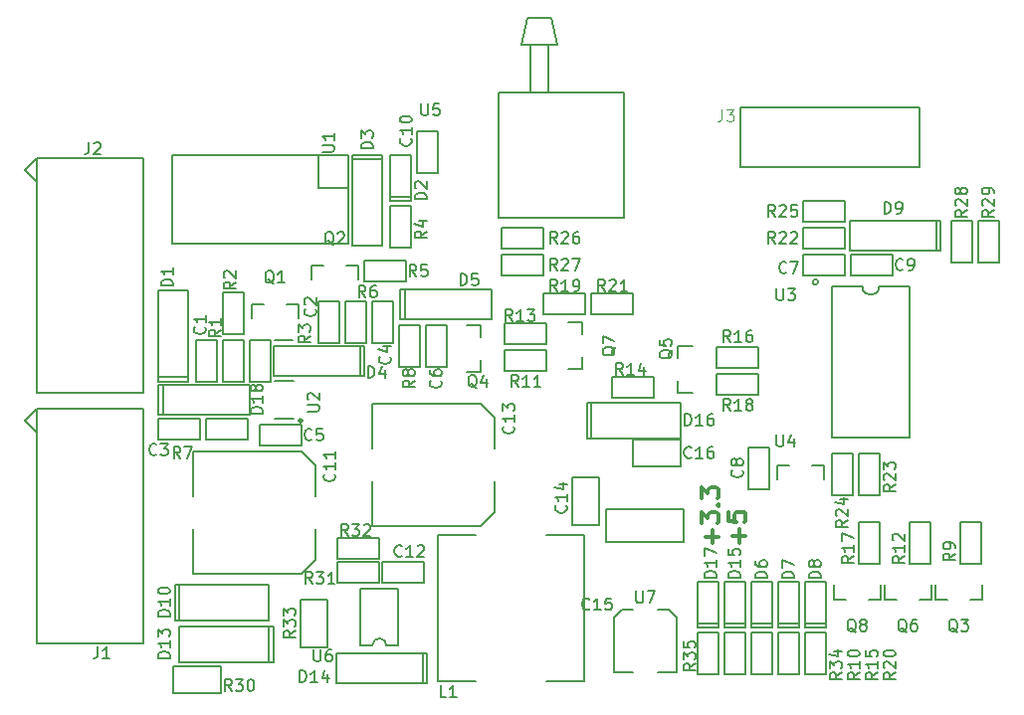
<source format=gto>
G04 #@! TF.GenerationSoftware,KiCad,Pcbnew,5.0.0-fee4fd1~66~ubuntu18.04.1*
G04 #@! TF.CreationDate,2018-12-28T16:36:32-07:00*
G04 #@! TF.ProjectId,transceiver_test,7472616E736365697665725F74657374,rev?*
G04 #@! TF.SameCoordinates,Original*
G04 #@! TF.FileFunction,Legend,Top*
G04 #@! TF.FilePolarity,Positive*
%FSLAX46Y46*%
G04 Gerber Fmt 4.6, Leading zero omitted, Abs format (unit mm)*
G04 Created by KiCad (PCBNEW 5.0.0-fee4fd1~66~ubuntu18.04.1) date Fri Dec 28 16:36:32 2018*
%MOMM*%
%LPD*%
G01*
G04 APERTURE LIST*
%ADD10C,0.300000*%
%ADD11C,0.200000*%
%ADD12C,0.203200*%
%ADD13C,0.150000*%
%ADD14C,0.088900*%
G04 APERTURE END LIST*
D10*
X73005142Y-72405714D02*
X73005142Y-71262857D01*
X73576571Y-71834285D02*
X72433714Y-71834285D01*
X72076571Y-69834285D02*
X72076571Y-70548571D01*
X72790857Y-70620000D01*
X72719428Y-70548571D01*
X72648000Y-70405714D01*
X72648000Y-70048571D01*
X72719428Y-69905714D01*
X72790857Y-69834285D01*
X72933714Y-69762857D01*
X73290857Y-69762857D01*
X73433714Y-69834285D01*
X73505142Y-69905714D01*
X73576571Y-70048571D01*
X73576571Y-70405714D01*
X73505142Y-70548571D01*
X73433714Y-70620000D01*
X70719142Y-72461142D02*
X70719142Y-71318285D01*
X71290571Y-71889714D02*
X70147714Y-71889714D01*
X69790571Y-70746857D02*
X69790571Y-69818285D01*
X70362000Y-70318285D01*
X70362000Y-70104000D01*
X70433428Y-69961142D01*
X70504857Y-69889714D01*
X70647714Y-69818285D01*
X71004857Y-69818285D01*
X71147714Y-69889714D01*
X71219142Y-69961142D01*
X71290571Y-70104000D01*
X71290571Y-70532571D01*
X71219142Y-70675428D01*
X71147714Y-70746857D01*
X71147714Y-69175428D02*
X71219142Y-69104000D01*
X71290571Y-69175428D01*
X71219142Y-69246857D01*
X71147714Y-69175428D01*
X71290571Y-69175428D01*
X69790571Y-68604000D02*
X69790571Y-67675428D01*
X70362000Y-68175428D01*
X70362000Y-67961142D01*
X70433428Y-67818285D01*
X70504857Y-67746857D01*
X70647714Y-67675428D01*
X71004857Y-67675428D01*
X71147714Y-67746857D01*
X71219142Y-67818285D01*
X71290571Y-67961142D01*
X71290571Y-68389714D01*
X71219142Y-68532571D01*
X71147714Y-68604000D01*
D11*
X35052000Y-55118000D02*
X33528000Y-55118000D01*
D12*
G04 #@! TO.C,C1*
X28575000Y-58674000D02*
X26797000Y-58674000D01*
X28575000Y-55118000D02*
X28575000Y-58674000D01*
X26797000Y-55118000D02*
X28575000Y-55118000D01*
X26797000Y-58674000D02*
X26797000Y-55118000D01*
G04 #@! TO.C,C2*
X37211000Y-55372000D02*
X37211000Y-51816000D01*
X37211000Y-51816000D02*
X38989000Y-51816000D01*
X38989000Y-51816000D02*
X38989000Y-55372000D01*
X38989000Y-55372000D02*
X37211000Y-55372000D01*
G04 #@! TO.C,C3*
X27178000Y-61849000D02*
X27178000Y-63627000D01*
X23622000Y-61849000D02*
X27178000Y-61849000D01*
X23622000Y-63627000D02*
X23622000Y-61849000D01*
X27178000Y-63627000D02*
X23622000Y-63627000D01*
G04 #@! TO.C,C4*
X43561000Y-55372000D02*
X41783000Y-55372000D01*
X43561000Y-51816000D02*
X43561000Y-55372000D01*
X41783000Y-51816000D02*
X43561000Y-51816000D01*
X41783000Y-55372000D02*
X41783000Y-51816000D01*
G04 #@! TO.C,C5*
X32258000Y-62357000D02*
X35814000Y-62357000D01*
X35814000Y-62357000D02*
X35814000Y-64135000D01*
X35814000Y-64135000D02*
X32258000Y-64135000D01*
X32258000Y-64135000D02*
X32258000Y-62357000D01*
G04 #@! TO.C,C6*
X46355000Y-57404000D02*
X46355000Y-53848000D01*
X46355000Y-53848000D02*
X48133000Y-53848000D01*
X48133000Y-53848000D02*
X48133000Y-57404000D01*
X48133000Y-57404000D02*
X46355000Y-57404000D01*
G04 #@! TO.C,C7*
X82042000Y-49657000D02*
X78486000Y-49657000D01*
X78486000Y-49657000D02*
X78486000Y-47879000D01*
X78486000Y-47879000D02*
X82042000Y-47879000D01*
X82042000Y-47879000D02*
X82042000Y-49657000D01*
G04 #@! TO.C,C8*
X73787000Y-64262000D02*
X75565000Y-64262000D01*
X73787000Y-67818000D02*
X73787000Y-64262000D01*
X75565000Y-67818000D02*
X73787000Y-67818000D01*
X75565000Y-64262000D02*
X75565000Y-67818000D01*
G04 #@! TO.C,C9*
X86106000Y-47879000D02*
X86106000Y-49657000D01*
X82550000Y-47879000D02*
X86106000Y-47879000D01*
X82550000Y-49657000D02*
X82550000Y-47879000D01*
X86106000Y-49657000D02*
X82550000Y-49657000D01*
G04 #@! TO.C,C10*
X45593000Y-40894000D02*
X45593000Y-37338000D01*
X45593000Y-37338000D02*
X47371000Y-37338000D01*
X47371000Y-37338000D02*
X47371000Y-40894000D01*
X47371000Y-40894000D02*
X45593000Y-40894000D01*
D13*
G04 #@! TO.C,C11*
X26550000Y-64650000D02*
X26550000Y-68450000D01*
X36950000Y-65850000D02*
X36950000Y-68450000D01*
X35750000Y-64650000D02*
X36950000Y-65850000D01*
X26550000Y-64650000D02*
X35750000Y-64650000D01*
X36950000Y-73850000D02*
X36950000Y-71250000D01*
X35750000Y-75050000D02*
X36950000Y-73850000D01*
X26550000Y-75050000D02*
X35750000Y-75050000D01*
X26550000Y-74050000D02*
X26550000Y-75050000D01*
X26550000Y-71250000D02*
X26550000Y-74050000D01*
D12*
G04 #@! TO.C,C12*
X42672000Y-74041000D02*
X46228000Y-74041000D01*
X46228000Y-74041000D02*
X46228000Y-75819000D01*
X46228000Y-75819000D02*
X42672000Y-75819000D01*
X42672000Y-75819000D02*
X42672000Y-74041000D01*
D13*
G04 #@! TO.C,C13*
X41790000Y-67186000D02*
X41790000Y-69986000D01*
X41790000Y-69986000D02*
X41790000Y-70986000D01*
X41790000Y-70986000D02*
X50990000Y-70986000D01*
X50990000Y-70986000D02*
X52190000Y-69786000D01*
X52190000Y-69786000D02*
X52190000Y-67186000D01*
X41790000Y-60586000D02*
X50990000Y-60586000D01*
X50990000Y-60586000D02*
X52190000Y-61786000D01*
X52190000Y-61786000D02*
X52190000Y-64386000D01*
X41790000Y-60586000D02*
X41790000Y-64386000D01*
D12*
G04 #@! TO.C,C14*
X61087000Y-66802000D02*
X61087000Y-70866000D01*
X61087000Y-70866000D02*
X58801000Y-70866000D01*
X58801000Y-70866000D02*
X58801000Y-66802000D01*
X58801000Y-66802000D02*
X61087000Y-66802000D01*
D13*
G04 #@! TO.C,C15*
X67674000Y-83422000D02*
X66074000Y-83422000D01*
X62374000Y-83422000D02*
X63974000Y-83422000D01*
X62374000Y-83422000D02*
X62374000Y-78772000D01*
X62374000Y-78772000D02*
X63024000Y-78122000D01*
X63024000Y-78122000D02*
X63974000Y-78122000D01*
X67674000Y-83422000D02*
X67674000Y-78772000D01*
X67674000Y-78772000D02*
X67024000Y-78122000D01*
X67024000Y-78122000D02*
X66074000Y-78122000D01*
X66074000Y-78122000D02*
X66124000Y-78122000D01*
D12*
G04 #@! TO.C,C16*
X64008000Y-65913000D02*
X64008000Y-63627000D01*
X68072000Y-65913000D02*
X64008000Y-65913000D01*
X68072000Y-63627000D02*
X68072000Y-65913000D01*
X64008000Y-63627000D02*
X68072000Y-63627000D01*
G04 #@! TO.C,D1*
X23622000Y-50927000D02*
X26162000Y-50927000D01*
X23622000Y-58293000D02*
X23622000Y-50927000D01*
X26162000Y-58293000D02*
X23622000Y-58293000D01*
X26162000Y-50927000D02*
X26162000Y-58293000D01*
X23622000Y-58674000D02*
X23622000Y-58293000D01*
X26162000Y-58674000D02*
X23622000Y-58674000D01*
X26162000Y-58293000D02*
X26162000Y-58674000D01*
G04 #@! TO.C,D2*
X43307000Y-39370000D02*
X45085000Y-39370000D01*
X43307000Y-42926000D02*
X43307000Y-39370000D01*
X45085000Y-42926000D02*
X43307000Y-42926000D01*
X45085000Y-39370000D02*
X45085000Y-42926000D01*
X43307000Y-43307000D02*
X43307000Y-42926000D01*
X45085000Y-43307000D02*
X43307000Y-43307000D01*
X45085000Y-42926000D02*
X45085000Y-43307000D01*
G04 #@! TO.C,D3*
X42672000Y-47117000D02*
X40132000Y-47117000D01*
X42672000Y-39751000D02*
X42672000Y-47117000D01*
X40132000Y-39751000D02*
X42672000Y-39751000D01*
X40132000Y-47117000D02*
X40132000Y-39751000D01*
X42672000Y-39370000D02*
X42672000Y-39751000D01*
X40132000Y-39370000D02*
X42672000Y-39370000D01*
X40132000Y-39751000D02*
X40132000Y-39370000D01*
G04 #@! TO.C,D4*
X40767000Y-55626000D02*
X41148000Y-55626000D01*
X41148000Y-55626000D02*
X41148000Y-58166000D01*
X41148000Y-58166000D02*
X40767000Y-58166000D01*
X33401000Y-55626000D02*
X40767000Y-55626000D01*
X40767000Y-55626000D02*
X40767000Y-58166000D01*
X40767000Y-58166000D02*
X33401000Y-58166000D01*
X33401000Y-58166000D02*
X33401000Y-55626000D01*
G04 #@! TO.C,D5*
X44577000Y-53340000D02*
X44196000Y-53340000D01*
X44196000Y-53340000D02*
X44196000Y-50800000D01*
X44196000Y-50800000D02*
X44577000Y-50800000D01*
X51943000Y-53340000D02*
X44577000Y-53340000D01*
X44577000Y-53340000D02*
X44577000Y-50800000D01*
X44577000Y-50800000D02*
X51943000Y-50800000D01*
X51943000Y-50800000D02*
X51943000Y-53340000D01*
G04 #@! TO.C,D6*
X74041000Y-75692000D02*
X75819000Y-75692000D01*
X74041000Y-79248000D02*
X74041000Y-75692000D01*
X75819000Y-79248000D02*
X74041000Y-79248000D01*
X75819000Y-75692000D02*
X75819000Y-79248000D01*
X74041000Y-79629000D02*
X74041000Y-79248000D01*
X75819000Y-79629000D02*
X74041000Y-79629000D01*
X75819000Y-79248000D02*
X75819000Y-79629000D01*
G04 #@! TO.C,D7*
X78105000Y-79248000D02*
X78105000Y-79629000D01*
X78105000Y-79629000D02*
X76327000Y-79629000D01*
X76327000Y-79629000D02*
X76327000Y-79248000D01*
X78105000Y-75692000D02*
X78105000Y-79248000D01*
X78105000Y-79248000D02*
X76327000Y-79248000D01*
X76327000Y-79248000D02*
X76327000Y-75692000D01*
X76327000Y-75692000D02*
X78105000Y-75692000D01*
G04 #@! TO.C,D8*
X78613000Y-75692000D02*
X80391000Y-75692000D01*
X78613000Y-79248000D02*
X78613000Y-75692000D01*
X80391000Y-79248000D02*
X78613000Y-79248000D01*
X80391000Y-75692000D02*
X80391000Y-79248000D01*
X78613000Y-79629000D02*
X78613000Y-79248000D01*
X80391000Y-79629000D02*
X78613000Y-79629000D01*
X80391000Y-79248000D02*
X80391000Y-79629000D01*
G04 #@! TO.C,D9*
X82423000Y-47498000D02*
X82423000Y-44958000D01*
X89789000Y-47498000D02*
X82423000Y-47498000D01*
X89789000Y-44958000D02*
X89789000Y-47498000D01*
X82423000Y-44958000D02*
X89789000Y-44958000D01*
X90170000Y-47498000D02*
X89789000Y-47498000D01*
X90170000Y-44958000D02*
X90170000Y-47498000D01*
X89789000Y-44958000D02*
X90170000Y-44958000D01*
G04 #@! TO.C,D10*
X33020000Y-78994000D02*
X33020000Y-75946000D01*
X25400000Y-78994000D02*
X25400000Y-75946000D01*
X25019000Y-75946000D02*
X33020000Y-75946000D01*
X25019000Y-78994000D02*
X25019000Y-75946000D01*
X33020000Y-78994000D02*
X25019000Y-78994000D01*
G04 #@! TO.C,D13*
X25400000Y-79502000D02*
X25400000Y-82550000D01*
X33020000Y-79502000D02*
X33020000Y-82550000D01*
X33401000Y-82550000D02*
X25400000Y-82550000D01*
X33401000Y-79502000D02*
X33401000Y-82550000D01*
X25400000Y-79502000D02*
X33401000Y-79502000D01*
G04 #@! TO.C,D14*
X46101000Y-81788000D02*
X46482000Y-81788000D01*
X46482000Y-81788000D02*
X46482000Y-84328000D01*
X46482000Y-84328000D02*
X46101000Y-84328000D01*
X38735000Y-81788000D02*
X46101000Y-81788000D01*
X46101000Y-81788000D02*
X46101000Y-84328000D01*
X46101000Y-84328000D02*
X38735000Y-84328000D01*
X38735000Y-84328000D02*
X38735000Y-81788000D01*
G04 #@! TO.C,D15*
X73533000Y-79248000D02*
X73533000Y-79629000D01*
X73533000Y-79629000D02*
X71755000Y-79629000D01*
X71755000Y-79629000D02*
X71755000Y-79248000D01*
X73533000Y-75692000D02*
X73533000Y-79248000D01*
X73533000Y-79248000D02*
X71755000Y-79248000D01*
X71755000Y-79248000D02*
X71755000Y-75692000D01*
X71755000Y-75692000D02*
X73533000Y-75692000D01*
G04 #@! TO.C,D16*
X68072000Y-63500000D02*
X60071000Y-63500000D01*
X60071000Y-63500000D02*
X60071000Y-60452000D01*
X60071000Y-60452000D02*
X68072000Y-60452000D01*
X60452000Y-63500000D02*
X60452000Y-60452000D01*
X68072000Y-63500000D02*
X68072000Y-60452000D01*
G04 #@! TO.C,D17*
X71247000Y-79248000D02*
X71247000Y-79629000D01*
X71247000Y-79629000D02*
X69469000Y-79629000D01*
X69469000Y-79629000D02*
X69469000Y-79248000D01*
X71247000Y-75692000D02*
X71247000Y-79248000D01*
X71247000Y-79248000D02*
X69469000Y-79248000D01*
X69469000Y-79248000D02*
X69469000Y-75692000D01*
X69469000Y-75692000D02*
X71247000Y-75692000D01*
D13*
G04 #@! TO.C,J1*
X13280000Y-61000000D02*
X12280000Y-62000000D01*
X12280000Y-62000000D02*
X13280000Y-63000000D01*
X22280000Y-61000000D02*
X13280000Y-61000000D01*
X13280000Y-61000000D02*
X13280000Y-81000000D01*
X13280000Y-81000000D02*
X22280000Y-81000000D01*
X22280000Y-81000000D02*
X22280000Y-61000000D01*
G04 #@! TO.C,J2*
X22280000Y-59664000D02*
X22280000Y-39664000D01*
X13280000Y-59664000D02*
X22280000Y-59664000D01*
X13280000Y-39664000D02*
X13280000Y-59664000D01*
X22280000Y-39664000D02*
X13280000Y-39664000D01*
X12280000Y-40664000D02*
X13280000Y-41664000D01*
X13280000Y-39664000D02*
X12280000Y-40664000D01*
D12*
G04 #@! TO.C,J3*
X73152000Y-37846000D02*
X73152000Y-35306000D01*
X73152000Y-35306000D02*
X88392000Y-35306000D01*
X88392000Y-35306000D02*
X88392000Y-40386000D01*
X88392000Y-40386000D02*
X73152000Y-40386000D01*
X73152000Y-40386000D02*
X73152000Y-37846000D01*
D13*
G04 #@! TO.C,L1*
X56594000Y-84228000D02*
X59844000Y-84228000D01*
X59844000Y-84228000D02*
X59844000Y-71728000D01*
X59844000Y-71728000D02*
X56594000Y-71728000D01*
X47344000Y-71728000D02*
X47344000Y-84228000D01*
X47344000Y-84228000D02*
X50594000Y-84228000D01*
X47344000Y-71728000D02*
X50594000Y-71728000D01*
D12*
G04 #@! TO.C,Q1*
X35528000Y-52062000D02*
X35528000Y-53312000D01*
X34528000Y-52062000D02*
X35528000Y-52062000D01*
X31528000Y-52062000D02*
X31528000Y-53312000D01*
X32528000Y-52062000D02*
X31528000Y-52062000D01*
G04 #@! TO.C,Q2*
X40608000Y-48760000D02*
X40608000Y-50010000D01*
X39608000Y-48760000D02*
X40608000Y-48760000D01*
X36608000Y-48760000D02*
X36608000Y-50010000D01*
X37608000Y-48760000D02*
X36608000Y-48760000D01*
G04 #@! TO.C,Q3*
X92694000Y-77224000D02*
X93694000Y-77224000D01*
X93694000Y-77224000D02*
X93694000Y-75974000D01*
X90694000Y-77224000D02*
X89694000Y-77224000D01*
X89694000Y-77224000D02*
X89694000Y-75974000D01*
G04 #@! TO.C,Q4*
X51062000Y-57880000D02*
X49812000Y-57880000D01*
X51062000Y-56880000D02*
X51062000Y-57880000D01*
X51062000Y-53880000D02*
X49812000Y-53880000D01*
X51062000Y-54880000D02*
X51062000Y-53880000D01*
G04 #@! TO.C,Q5*
X67810000Y-58658000D02*
X67810000Y-59658000D01*
X67810000Y-59658000D02*
X69060000Y-59658000D01*
X67810000Y-56658000D02*
X67810000Y-55658000D01*
X67810000Y-55658000D02*
X69060000Y-55658000D01*
G04 #@! TO.C,Q6*
X85376000Y-77224000D02*
X85376000Y-75974000D01*
X86376000Y-77224000D02*
X85376000Y-77224000D01*
X89376000Y-77224000D02*
X89376000Y-75974000D01*
X88376000Y-77224000D02*
X89376000Y-77224000D01*
G04 #@! TO.C,Q7*
X59698000Y-54626000D02*
X59698000Y-53626000D01*
X59698000Y-53626000D02*
X58448000Y-53626000D01*
X59698000Y-56626000D02*
X59698000Y-57626000D01*
X59698000Y-57626000D02*
X58448000Y-57626000D01*
G04 #@! TO.C,Q8*
X84058000Y-77224000D02*
X85058000Y-77224000D01*
X85058000Y-77224000D02*
X85058000Y-75974000D01*
X82058000Y-77224000D02*
X81058000Y-77224000D01*
X81058000Y-77224000D02*
X81058000Y-75974000D01*
G04 #@! TO.C,R1*
X30861000Y-55118000D02*
X30861000Y-58674000D01*
X30861000Y-58674000D02*
X29083000Y-58674000D01*
X29083000Y-58674000D02*
X29083000Y-55118000D01*
X29083000Y-55118000D02*
X30861000Y-55118000D01*
G04 #@! TO.C,R2*
X29083000Y-51054000D02*
X30861000Y-51054000D01*
X29083000Y-54610000D02*
X29083000Y-51054000D01*
X30861000Y-54610000D02*
X29083000Y-54610000D01*
X30861000Y-51054000D02*
X30861000Y-54610000D01*
G04 #@! TO.C,R3*
X31369000Y-55118000D02*
X33147000Y-55118000D01*
X31369000Y-58674000D02*
X31369000Y-55118000D01*
X33147000Y-58674000D02*
X31369000Y-58674000D01*
X33147000Y-55118000D02*
X33147000Y-58674000D01*
G04 #@! TO.C,R4*
X43307000Y-47244000D02*
X43307000Y-43688000D01*
X43307000Y-43688000D02*
X45085000Y-43688000D01*
X45085000Y-43688000D02*
X45085000Y-47244000D01*
X45085000Y-47244000D02*
X43307000Y-47244000D01*
G04 #@! TO.C,R5*
X41148000Y-50165000D02*
X41148000Y-48387000D01*
X44704000Y-50165000D02*
X41148000Y-50165000D01*
X44704000Y-48387000D02*
X44704000Y-50165000D01*
X41148000Y-48387000D02*
X44704000Y-48387000D01*
G04 #@! TO.C,R6*
X39497000Y-55372000D02*
X39497000Y-51816000D01*
X39497000Y-51816000D02*
X41275000Y-51816000D01*
X41275000Y-51816000D02*
X41275000Y-55372000D01*
X41275000Y-55372000D02*
X39497000Y-55372000D01*
G04 #@! TO.C,R7*
X27686000Y-63627000D02*
X27686000Y-61849000D01*
X31242000Y-63627000D02*
X27686000Y-63627000D01*
X31242000Y-61849000D02*
X31242000Y-63627000D01*
X27686000Y-61849000D02*
X31242000Y-61849000D01*
G04 #@! TO.C,R8*
X45847000Y-57404000D02*
X44069000Y-57404000D01*
X45847000Y-53848000D02*
X45847000Y-57404000D01*
X44069000Y-53848000D02*
X45847000Y-53848000D01*
X44069000Y-57404000D02*
X44069000Y-53848000D01*
G04 #@! TO.C,R9*
X93599000Y-74168000D02*
X91821000Y-74168000D01*
X93599000Y-70612000D02*
X93599000Y-74168000D01*
X91821000Y-70612000D02*
X93599000Y-70612000D01*
X91821000Y-74168000D02*
X91821000Y-70612000D01*
G04 #@! TO.C,R10*
X75819000Y-80010000D02*
X75819000Y-83566000D01*
X75819000Y-83566000D02*
X74041000Y-83566000D01*
X74041000Y-83566000D02*
X74041000Y-80010000D01*
X74041000Y-80010000D02*
X75819000Y-80010000D01*
G04 #@! TO.C,R11*
X56642000Y-57785000D02*
X53086000Y-57785000D01*
X53086000Y-57785000D02*
X53086000Y-56007000D01*
X53086000Y-56007000D02*
X56642000Y-56007000D01*
X56642000Y-56007000D02*
X56642000Y-57785000D01*
G04 #@! TO.C,R12*
X89281000Y-74168000D02*
X87503000Y-74168000D01*
X89281000Y-70612000D02*
X89281000Y-74168000D01*
X87503000Y-70612000D02*
X89281000Y-70612000D01*
X87503000Y-74168000D02*
X87503000Y-70612000D01*
G04 #@! TO.C,R13*
X56642000Y-53721000D02*
X56642000Y-55499000D01*
X53086000Y-53721000D02*
X56642000Y-53721000D01*
X53086000Y-55499000D02*
X53086000Y-53721000D01*
X56642000Y-55499000D02*
X53086000Y-55499000D01*
G04 #@! TO.C,R14*
X62230000Y-58293000D02*
X65786000Y-58293000D01*
X65786000Y-58293000D02*
X65786000Y-60071000D01*
X65786000Y-60071000D02*
X62230000Y-60071000D01*
X62230000Y-60071000D02*
X62230000Y-58293000D01*
G04 #@! TO.C,R15*
X78105000Y-80010000D02*
X78105000Y-83566000D01*
X78105000Y-83566000D02*
X76327000Y-83566000D01*
X76327000Y-83566000D02*
X76327000Y-80010000D01*
X76327000Y-80010000D02*
X78105000Y-80010000D01*
G04 #@! TO.C,R16*
X71120000Y-57531000D02*
X71120000Y-55753000D01*
X74676000Y-57531000D02*
X71120000Y-57531000D01*
X74676000Y-55753000D02*
X74676000Y-57531000D01*
X71120000Y-55753000D02*
X74676000Y-55753000D01*
G04 #@! TO.C,R17*
X83185000Y-74168000D02*
X83185000Y-70612000D01*
X83185000Y-70612000D02*
X84963000Y-70612000D01*
X84963000Y-70612000D02*
X84963000Y-74168000D01*
X84963000Y-74168000D02*
X83185000Y-74168000D01*
G04 #@! TO.C,R18*
X71120000Y-59817000D02*
X71120000Y-58039000D01*
X74676000Y-59817000D02*
X71120000Y-59817000D01*
X74676000Y-58039000D02*
X74676000Y-59817000D01*
X71120000Y-58039000D02*
X74676000Y-58039000D01*
G04 #@! TO.C,R19*
X59944000Y-52959000D02*
X56388000Y-52959000D01*
X56388000Y-52959000D02*
X56388000Y-51181000D01*
X56388000Y-51181000D02*
X59944000Y-51181000D01*
X59944000Y-51181000D02*
X59944000Y-52959000D01*
G04 #@! TO.C,R20*
X78613000Y-80010000D02*
X80391000Y-80010000D01*
X78613000Y-83566000D02*
X78613000Y-80010000D01*
X80391000Y-83566000D02*
X78613000Y-83566000D01*
X80391000Y-80010000D02*
X80391000Y-83566000D01*
G04 #@! TO.C,R21*
X64008000Y-51181000D02*
X64008000Y-52959000D01*
X60452000Y-51181000D02*
X64008000Y-51181000D01*
X60452000Y-52959000D02*
X60452000Y-51181000D01*
X64008000Y-52959000D02*
X60452000Y-52959000D01*
G04 #@! TO.C,R22*
X82042000Y-47371000D02*
X78486000Y-47371000D01*
X78486000Y-47371000D02*
X78486000Y-45593000D01*
X78486000Y-45593000D02*
X82042000Y-45593000D01*
X82042000Y-45593000D02*
X82042000Y-47371000D01*
G04 #@! TO.C,R23*
X84963000Y-64770000D02*
X84963000Y-68326000D01*
X84963000Y-68326000D02*
X83185000Y-68326000D01*
X83185000Y-68326000D02*
X83185000Y-64770000D01*
X83185000Y-64770000D02*
X84963000Y-64770000D01*
G04 #@! TO.C,R24*
X80899000Y-64770000D02*
X82677000Y-64770000D01*
X80899000Y-68326000D02*
X80899000Y-64770000D01*
X82677000Y-68326000D02*
X80899000Y-68326000D01*
X82677000Y-64770000D02*
X82677000Y-68326000D01*
G04 #@! TO.C,R25*
X78486000Y-43307000D02*
X82042000Y-43307000D01*
X82042000Y-43307000D02*
X82042000Y-45085000D01*
X82042000Y-45085000D02*
X78486000Y-45085000D01*
X78486000Y-45085000D02*
X78486000Y-43307000D01*
G04 #@! TO.C,R26*
X52832000Y-49657000D02*
X52832000Y-47879000D01*
X56388000Y-49657000D02*
X52832000Y-49657000D01*
X56388000Y-47879000D02*
X56388000Y-49657000D01*
X52832000Y-47879000D02*
X56388000Y-47879000D01*
G04 #@! TO.C,R27*
X56388000Y-47371000D02*
X52832000Y-47371000D01*
X52832000Y-47371000D02*
X52832000Y-45593000D01*
X52832000Y-45593000D02*
X56388000Y-45593000D01*
X56388000Y-45593000D02*
X56388000Y-47371000D01*
G04 #@! TO.C,R28*
X91059000Y-48514000D02*
X91059000Y-44958000D01*
X91059000Y-44958000D02*
X92837000Y-44958000D01*
X92837000Y-44958000D02*
X92837000Y-48514000D01*
X92837000Y-48514000D02*
X91059000Y-48514000D01*
G04 #@! TO.C,R29*
X93345000Y-48514000D02*
X93345000Y-44958000D01*
X93345000Y-44958000D02*
X95123000Y-44958000D01*
X95123000Y-44958000D02*
X95123000Y-48514000D01*
X95123000Y-48514000D02*
X93345000Y-48514000D01*
G04 #@! TO.C,R30*
X24892000Y-85217000D02*
X24892000Y-82931000D01*
X28956000Y-85217000D02*
X24892000Y-85217000D01*
X28956000Y-82931000D02*
X28956000Y-85217000D01*
X24892000Y-82931000D02*
X28956000Y-82931000D01*
G04 #@! TO.C,R31*
X42418000Y-75819000D02*
X38862000Y-75819000D01*
X38862000Y-75819000D02*
X38862000Y-74041000D01*
X38862000Y-74041000D02*
X42418000Y-74041000D01*
X42418000Y-74041000D02*
X42418000Y-75819000D01*
G04 #@! TO.C,R32*
X42418000Y-72009000D02*
X42418000Y-73787000D01*
X38862000Y-72009000D02*
X42418000Y-72009000D01*
X38862000Y-73787000D02*
X38862000Y-72009000D01*
X42418000Y-73787000D02*
X38862000Y-73787000D01*
G04 #@! TO.C,R33*
X37973000Y-77216000D02*
X37973000Y-81280000D01*
X37973000Y-81280000D02*
X35687000Y-81280000D01*
X35687000Y-81280000D02*
X35687000Y-77216000D01*
X35687000Y-77216000D02*
X37973000Y-77216000D01*
G04 #@! TO.C,R34*
X73533000Y-83566000D02*
X71755000Y-83566000D01*
X73533000Y-80010000D02*
X73533000Y-83566000D01*
X71755000Y-80010000D02*
X73533000Y-80010000D01*
X71755000Y-83566000D02*
X71755000Y-80010000D01*
G04 #@! TO.C,R35*
X69469000Y-83566000D02*
X69469000Y-80010000D01*
X69469000Y-80010000D02*
X71247000Y-80010000D01*
X71247000Y-80010000D02*
X71247000Y-83566000D01*
X71247000Y-83566000D02*
X69469000Y-83566000D01*
D13*
G04 #@! TO.C,U1*
X37258000Y-39430000D02*
X37258000Y-42180000D01*
X37258000Y-42180000D02*
X39758000Y-42180000D01*
X39758000Y-39430000D02*
X39758000Y-46930000D01*
X39758000Y-46930000D02*
X24758000Y-46930000D01*
X24758000Y-46930000D02*
X24758000Y-39430000D01*
X24758000Y-39430000D02*
X39758000Y-39430000D01*
D10*
G04 #@! TO.C,U2*
X35790000Y-61998000D02*
G75*
G03X35790000Y-61998000I-100000J0D01*
G01*
D13*
X35090000Y-58598000D02*
X33490000Y-58598000D01*
X35090000Y-61798000D02*
X33490000Y-61798000D01*
D12*
G04 #@! TO.C,U3*
X79725607Y-50208000D02*
G75*
G03X79725607Y-50208000I-223607J0D01*
G01*
X84902000Y-50608000D02*
X87502000Y-50608000D01*
X83502000Y-50608000D02*
X80902000Y-50608000D01*
X83502000Y-50608000D02*
G75*
G03X84902000Y-50608000I700000J0D01*
G01*
X87502000Y-50608000D02*
X87502000Y-63408000D01*
X87502000Y-63408000D02*
X80902000Y-63408000D01*
X80902000Y-63408000D02*
X80902000Y-50608000D01*
G04 #@! TO.C,U4*
X77232000Y-65778000D02*
X76232000Y-65778000D01*
X76232000Y-65778000D02*
X76232000Y-67028000D01*
X79232000Y-65778000D02*
X80232000Y-65778000D01*
X80232000Y-65778000D02*
X80232000Y-67028000D01*
D13*
G04 #@! TO.C,U5*
X56767000Y-29972000D02*
X56767000Y-34036000D01*
X55243000Y-29972000D02*
X55243000Y-34036000D01*
X56005000Y-27686000D02*
X57021000Y-27686000D01*
X57021000Y-27686000D02*
X57529000Y-29972000D01*
X57529000Y-29972000D02*
X54481000Y-29972000D01*
X54481000Y-29972000D02*
X54989000Y-27686000D01*
X54989000Y-27686000D02*
X56005000Y-27686000D01*
X52576000Y-34036000D02*
X63244000Y-34036000D01*
X63244000Y-34036000D02*
X63244000Y-44704000D01*
X63244000Y-44704000D02*
X52576000Y-44704000D01*
X52576000Y-44704000D02*
X52576000Y-34036000D01*
G04 #@! TO.C,U6*
X43018000Y-81140000D02*
G75*
G03X42418000Y-80540000I-600000J0D01*
G01*
X42418000Y-80540000D02*
G75*
G03X41818000Y-81140000I0J-600000D01*
G01*
X44018000Y-76340000D02*
X40818000Y-76340000D01*
X40818000Y-76340000D02*
X40818000Y-81140000D01*
X40818000Y-81140000D02*
X41818000Y-81140000D01*
X44018000Y-76340000D02*
X44018000Y-81140000D01*
X44018000Y-81140000D02*
X43018000Y-81140000D01*
D12*
G04 #@! TO.C,U7*
X65024000Y-72372000D02*
X61724000Y-72372000D01*
X61724000Y-72372000D02*
X61724000Y-69572000D01*
X61724000Y-69572000D02*
X68324000Y-69572000D01*
X68324000Y-69572000D02*
X68324000Y-72372000D01*
X68324000Y-72372000D02*
X65024000Y-72372000D01*
G04 #@! TO.C,D18*
X24003000Y-61468000D02*
X23622000Y-61468000D01*
X23622000Y-61468000D02*
X23622000Y-58928000D01*
X23622000Y-58928000D02*
X24003000Y-58928000D01*
X31369000Y-61468000D02*
X24003000Y-61468000D01*
X24003000Y-61468000D02*
X24003000Y-58928000D01*
X24003000Y-58928000D02*
X31369000Y-58928000D01*
X31369000Y-58928000D02*
X31369000Y-61468000D01*
G04 #@! TO.C,C1*
D13*
X27535142Y-54014666D02*
X27582761Y-54062285D01*
X27630380Y-54205142D01*
X27630380Y-54300380D01*
X27582761Y-54443238D01*
X27487523Y-54538476D01*
X27392285Y-54586095D01*
X27201809Y-54633714D01*
X27058952Y-54633714D01*
X26868476Y-54586095D01*
X26773238Y-54538476D01*
X26678000Y-54443238D01*
X26630380Y-54300380D01*
X26630380Y-54205142D01*
X26678000Y-54062285D01*
X26725619Y-54014666D01*
X27630380Y-53062285D02*
X27630380Y-53633714D01*
X27630380Y-53348000D02*
X26630380Y-53348000D01*
X26773238Y-53443238D01*
X26868476Y-53538476D01*
X26916095Y-53633714D01*
G04 #@! TO.C,C2*
X36933142Y-52490666D02*
X36980761Y-52538285D01*
X37028380Y-52681142D01*
X37028380Y-52776380D01*
X36980761Y-52919238D01*
X36885523Y-53014476D01*
X36790285Y-53062095D01*
X36599809Y-53109714D01*
X36456952Y-53109714D01*
X36266476Y-53062095D01*
X36171238Y-53014476D01*
X36076000Y-52919238D01*
X36028380Y-52776380D01*
X36028380Y-52681142D01*
X36076000Y-52538285D01*
X36123619Y-52490666D01*
X36123619Y-52109714D02*
X36076000Y-52062095D01*
X36028380Y-51966857D01*
X36028380Y-51728761D01*
X36076000Y-51633523D01*
X36123619Y-51585904D01*
X36218857Y-51538285D01*
X36314095Y-51538285D01*
X36456952Y-51585904D01*
X37028380Y-52157333D01*
X37028380Y-51538285D01*
G04 #@! TO.C,C3*
X23455333Y-64873142D02*
X23407714Y-64920761D01*
X23264857Y-64968380D01*
X23169619Y-64968380D01*
X23026761Y-64920761D01*
X22931523Y-64825523D01*
X22883904Y-64730285D01*
X22836285Y-64539809D01*
X22836285Y-64396952D01*
X22883904Y-64206476D01*
X22931523Y-64111238D01*
X23026761Y-64016000D01*
X23169619Y-63968380D01*
X23264857Y-63968380D01*
X23407714Y-64016000D01*
X23455333Y-64063619D01*
X23788666Y-63968380D02*
X24407714Y-63968380D01*
X24074380Y-64349333D01*
X24217238Y-64349333D01*
X24312476Y-64396952D01*
X24360095Y-64444571D01*
X24407714Y-64539809D01*
X24407714Y-64777904D01*
X24360095Y-64873142D01*
X24312476Y-64920761D01*
X24217238Y-64968380D01*
X23931523Y-64968380D01*
X23836285Y-64920761D01*
X23788666Y-64873142D01*
G04 #@! TO.C,C4*
X43283142Y-56554666D02*
X43330761Y-56602285D01*
X43378380Y-56745142D01*
X43378380Y-56840380D01*
X43330761Y-56983238D01*
X43235523Y-57078476D01*
X43140285Y-57126095D01*
X42949809Y-57173714D01*
X42806952Y-57173714D01*
X42616476Y-57126095D01*
X42521238Y-57078476D01*
X42426000Y-56983238D01*
X42378380Y-56840380D01*
X42378380Y-56745142D01*
X42426000Y-56602285D01*
X42473619Y-56554666D01*
X42711714Y-55697523D02*
X43378380Y-55697523D01*
X42330761Y-55935619D02*
X43045047Y-56173714D01*
X43045047Y-55554666D01*
G04 #@! TO.C,C5*
X36663333Y-63603142D02*
X36615714Y-63650761D01*
X36472857Y-63698380D01*
X36377619Y-63698380D01*
X36234761Y-63650761D01*
X36139523Y-63555523D01*
X36091904Y-63460285D01*
X36044285Y-63269809D01*
X36044285Y-63126952D01*
X36091904Y-62936476D01*
X36139523Y-62841238D01*
X36234761Y-62746000D01*
X36377619Y-62698380D01*
X36472857Y-62698380D01*
X36615714Y-62746000D01*
X36663333Y-62793619D01*
X37568095Y-62698380D02*
X37091904Y-62698380D01*
X37044285Y-63174571D01*
X37091904Y-63126952D01*
X37187142Y-63079333D01*
X37425238Y-63079333D01*
X37520476Y-63126952D01*
X37568095Y-63174571D01*
X37615714Y-63269809D01*
X37615714Y-63507904D01*
X37568095Y-63603142D01*
X37520476Y-63650761D01*
X37425238Y-63698380D01*
X37187142Y-63698380D01*
X37091904Y-63650761D01*
X37044285Y-63603142D01*
G04 #@! TO.C,C6*
X47601142Y-58586666D02*
X47648761Y-58634285D01*
X47696380Y-58777142D01*
X47696380Y-58872380D01*
X47648761Y-59015238D01*
X47553523Y-59110476D01*
X47458285Y-59158095D01*
X47267809Y-59205714D01*
X47124952Y-59205714D01*
X46934476Y-59158095D01*
X46839238Y-59110476D01*
X46744000Y-59015238D01*
X46696380Y-58872380D01*
X46696380Y-58777142D01*
X46744000Y-58634285D01*
X46791619Y-58586666D01*
X46696380Y-57729523D02*
X46696380Y-57920000D01*
X46744000Y-58015238D01*
X46791619Y-58062857D01*
X46934476Y-58158095D01*
X47124952Y-58205714D01*
X47505904Y-58205714D01*
X47601142Y-58158095D01*
X47648761Y-58110476D01*
X47696380Y-58015238D01*
X47696380Y-57824761D01*
X47648761Y-57729523D01*
X47601142Y-57681904D01*
X47505904Y-57634285D01*
X47267809Y-57634285D01*
X47172571Y-57681904D01*
X47124952Y-57729523D01*
X47077333Y-57824761D01*
X47077333Y-58015238D01*
X47124952Y-58110476D01*
X47172571Y-58158095D01*
X47267809Y-58205714D01*
G04 #@! TO.C,C7*
X77049333Y-49379142D02*
X77001714Y-49426761D01*
X76858857Y-49474380D01*
X76763619Y-49474380D01*
X76620761Y-49426761D01*
X76525523Y-49331523D01*
X76477904Y-49236285D01*
X76430285Y-49045809D01*
X76430285Y-48902952D01*
X76477904Y-48712476D01*
X76525523Y-48617238D01*
X76620761Y-48522000D01*
X76763619Y-48474380D01*
X76858857Y-48474380D01*
X77001714Y-48522000D01*
X77049333Y-48569619D01*
X77382666Y-48474380D02*
X78049333Y-48474380D01*
X77620761Y-49474380D01*
G04 #@! TO.C,C8*
X73255142Y-66206666D02*
X73302761Y-66254285D01*
X73350380Y-66397142D01*
X73350380Y-66492380D01*
X73302761Y-66635238D01*
X73207523Y-66730476D01*
X73112285Y-66778095D01*
X72921809Y-66825714D01*
X72778952Y-66825714D01*
X72588476Y-66778095D01*
X72493238Y-66730476D01*
X72398000Y-66635238D01*
X72350380Y-66492380D01*
X72350380Y-66397142D01*
X72398000Y-66254285D01*
X72445619Y-66206666D01*
X72778952Y-65635238D02*
X72731333Y-65730476D01*
X72683714Y-65778095D01*
X72588476Y-65825714D01*
X72540857Y-65825714D01*
X72445619Y-65778095D01*
X72398000Y-65730476D01*
X72350380Y-65635238D01*
X72350380Y-65444761D01*
X72398000Y-65349523D01*
X72445619Y-65301904D01*
X72540857Y-65254285D01*
X72588476Y-65254285D01*
X72683714Y-65301904D01*
X72731333Y-65349523D01*
X72778952Y-65444761D01*
X72778952Y-65635238D01*
X72826571Y-65730476D01*
X72874190Y-65778095D01*
X72969428Y-65825714D01*
X73159904Y-65825714D01*
X73255142Y-65778095D01*
X73302761Y-65730476D01*
X73350380Y-65635238D01*
X73350380Y-65444761D01*
X73302761Y-65349523D01*
X73255142Y-65301904D01*
X73159904Y-65254285D01*
X72969428Y-65254285D01*
X72874190Y-65301904D01*
X72826571Y-65349523D01*
X72778952Y-65444761D01*
G04 #@! TO.C,C9*
X86955333Y-49125142D02*
X86907714Y-49172761D01*
X86764857Y-49220380D01*
X86669619Y-49220380D01*
X86526761Y-49172761D01*
X86431523Y-49077523D01*
X86383904Y-48982285D01*
X86336285Y-48791809D01*
X86336285Y-48648952D01*
X86383904Y-48458476D01*
X86431523Y-48363238D01*
X86526761Y-48268000D01*
X86669619Y-48220380D01*
X86764857Y-48220380D01*
X86907714Y-48268000D01*
X86955333Y-48315619D01*
X87431523Y-49220380D02*
X87622000Y-49220380D01*
X87717238Y-49172761D01*
X87764857Y-49125142D01*
X87860095Y-48982285D01*
X87907714Y-48791809D01*
X87907714Y-48410857D01*
X87860095Y-48315619D01*
X87812476Y-48268000D01*
X87717238Y-48220380D01*
X87526761Y-48220380D01*
X87431523Y-48268000D01*
X87383904Y-48315619D01*
X87336285Y-48410857D01*
X87336285Y-48648952D01*
X87383904Y-48744190D01*
X87431523Y-48791809D01*
X87526761Y-48839428D01*
X87717238Y-48839428D01*
X87812476Y-48791809D01*
X87860095Y-48744190D01*
X87907714Y-48648952D01*
G04 #@! TO.C,C10*
X45061142Y-37980857D02*
X45108761Y-38028476D01*
X45156380Y-38171333D01*
X45156380Y-38266571D01*
X45108761Y-38409428D01*
X45013523Y-38504666D01*
X44918285Y-38552285D01*
X44727809Y-38599904D01*
X44584952Y-38599904D01*
X44394476Y-38552285D01*
X44299238Y-38504666D01*
X44204000Y-38409428D01*
X44156380Y-38266571D01*
X44156380Y-38171333D01*
X44204000Y-38028476D01*
X44251619Y-37980857D01*
X45156380Y-37028476D02*
X45156380Y-37599904D01*
X45156380Y-37314190D02*
X44156380Y-37314190D01*
X44299238Y-37409428D01*
X44394476Y-37504666D01*
X44442095Y-37599904D01*
X44156380Y-36409428D02*
X44156380Y-36314190D01*
X44204000Y-36218952D01*
X44251619Y-36171333D01*
X44346857Y-36123714D01*
X44537333Y-36076095D01*
X44775428Y-36076095D01*
X44965904Y-36123714D01*
X45061142Y-36171333D01*
X45108761Y-36218952D01*
X45156380Y-36314190D01*
X45156380Y-36409428D01*
X45108761Y-36504666D01*
X45061142Y-36552285D01*
X44965904Y-36599904D01*
X44775428Y-36647523D01*
X44537333Y-36647523D01*
X44346857Y-36599904D01*
X44251619Y-36552285D01*
X44204000Y-36504666D01*
X44156380Y-36409428D01*
G04 #@! TO.C,C11*
X38557142Y-66542857D02*
X38604761Y-66590476D01*
X38652380Y-66733333D01*
X38652380Y-66828571D01*
X38604761Y-66971428D01*
X38509523Y-67066666D01*
X38414285Y-67114285D01*
X38223809Y-67161904D01*
X38080952Y-67161904D01*
X37890476Y-67114285D01*
X37795238Y-67066666D01*
X37700000Y-66971428D01*
X37652380Y-66828571D01*
X37652380Y-66733333D01*
X37700000Y-66590476D01*
X37747619Y-66542857D01*
X38652380Y-65590476D02*
X38652380Y-66161904D01*
X38652380Y-65876190D02*
X37652380Y-65876190D01*
X37795238Y-65971428D01*
X37890476Y-66066666D01*
X37938095Y-66161904D01*
X38652380Y-64638095D02*
X38652380Y-65209523D01*
X38652380Y-64923809D02*
X37652380Y-64923809D01*
X37795238Y-65019047D01*
X37890476Y-65114285D01*
X37938095Y-65209523D01*
G04 #@! TO.C,C12*
X44315142Y-73509142D02*
X44267523Y-73556761D01*
X44124666Y-73604380D01*
X44029428Y-73604380D01*
X43886571Y-73556761D01*
X43791333Y-73461523D01*
X43743714Y-73366285D01*
X43696095Y-73175809D01*
X43696095Y-73032952D01*
X43743714Y-72842476D01*
X43791333Y-72747238D01*
X43886571Y-72652000D01*
X44029428Y-72604380D01*
X44124666Y-72604380D01*
X44267523Y-72652000D01*
X44315142Y-72699619D01*
X45267523Y-73604380D02*
X44696095Y-73604380D01*
X44981809Y-73604380D02*
X44981809Y-72604380D01*
X44886571Y-72747238D01*
X44791333Y-72842476D01*
X44696095Y-72890095D01*
X45648476Y-72699619D02*
X45696095Y-72652000D01*
X45791333Y-72604380D01*
X46029428Y-72604380D01*
X46124666Y-72652000D01*
X46172285Y-72699619D01*
X46219904Y-72794857D01*
X46219904Y-72890095D01*
X46172285Y-73032952D01*
X45600857Y-73604380D01*
X46219904Y-73604380D01*
G04 #@! TO.C,C13*
X53797142Y-62478857D02*
X53844761Y-62526476D01*
X53892380Y-62669333D01*
X53892380Y-62764571D01*
X53844761Y-62907428D01*
X53749523Y-63002666D01*
X53654285Y-63050285D01*
X53463809Y-63097904D01*
X53320952Y-63097904D01*
X53130476Y-63050285D01*
X53035238Y-63002666D01*
X52940000Y-62907428D01*
X52892380Y-62764571D01*
X52892380Y-62669333D01*
X52940000Y-62526476D01*
X52987619Y-62478857D01*
X53892380Y-61526476D02*
X53892380Y-62097904D01*
X53892380Y-61812190D02*
X52892380Y-61812190D01*
X53035238Y-61907428D01*
X53130476Y-62002666D01*
X53178095Y-62097904D01*
X52892380Y-61193142D02*
X52892380Y-60574095D01*
X53273333Y-60907428D01*
X53273333Y-60764571D01*
X53320952Y-60669333D01*
X53368571Y-60621714D01*
X53463809Y-60574095D01*
X53701904Y-60574095D01*
X53797142Y-60621714D01*
X53844761Y-60669333D01*
X53892380Y-60764571D01*
X53892380Y-61050285D01*
X53844761Y-61145523D01*
X53797142Y-61193142D01*
G04 #@! TO.C,C14*
X58269142Y-69222857D02*
X58316761Y-69270476D01*
X58364380Y-69413333D01*
X58364380Y-69508571D01*
X58316761Y-69651428D01*
X58221523Y-69746666D01*
X58126285Y-69794285D01*
X57935809Y-69841904D01*
X57792952Y-69841904D01*
X57602476Y-69794285D01*
X57507238Y-69746666D01*
X57412000Y-69651428D01*
X57364380Y-69508571D01*
X57364380Y-69413333D01*
X57412000Y-69270476D01*
X57459619Y-69222857D01*
X58364380Y-68270476D02*
X58364380Y-68841904D01*
X58364380Y-68556190D02*
X57364380Y-68556190D01*
X57507238Y-68651428D01*
X57602476Y-68746666D01*
X57650095Y-68841904D01*
X57697714Y-67413333D02*
X58364380Y-67413333D01*
X57316761Y-67651428D02*
X58031047Y-67889523D01*
X58031047Y-67270476D01*
G04 #@! TO.C,C15*
X60281142Y-78029142D02*
X60233523Y-78076761D01*
X60090666Y-78124380D01*
X59995428Y-78124380D01*
X59852571Y-78076761D01*
X59757333Y-77981523D01*
X59709714Y-77886285D01*
X59662095Y-77695809D01*
X59662095Y-77552952D01*
X59709714Y-77362476D01*
X59757333Y-77267238D01*
X59852571Y-77172000D01*
X59995428Y-77124380D01*
X60090666Y-77124380D01*
X60233523Y-77172000D01*
X60281142Y-77219619D01*
X61233523Y-78124380D02*
X60662095Y-78124380D01*
X60947809Y-78124380D02*
X60947809Y-77124380D01*
X60852571Y-77267238D01*
X60757333Y-77362476D01*
X60662095Y-77410095D01*
X62138285Y-77124380D02*
X61662095Y-77124380D01*
X61614476Y-77600571D01*
X61662095Y-77552952D01*
X61757333Y-77505333D01*
X61995428Y-77505333D01*
X62090666Y-77552952D01*
X62138285Y-77600571D01*
X62185904Y-77695809D01*
X62185904Y-77933904D01*
X62138285Y-78029142D01*
X62090666Y-78076761D01*
X61995428Y-78124380D01*
X61757333Y-78124380D01*
X61662095Y-78076761D01*
X61614476Y-78029142D01*
G04 #@! TO.C,C16*
X68953142Y-65127142D02*
X68905523Y-65174761D01*
X68762666Y-65222380D01*
X68667428Y-65222380D01*
X68524571Y-65174761D01*
X68429333Y-65079523D01*
X68381714Y-64984285D01*
X68334095Y-64793809D01*
X68334095Y-64650952D01*
X68381714Y-64460476D01*
X68429333Y-64365238D01*
X68524571Y-64270000D01*
X68667428Y-64222380D01*
X68762666Y-64222380D01*
X68905523Y-64270000D01*
X68953142Y-64317619D01*
X69905523Y-65222380D02*
X69334095Y-65222380D01*
X69619809Y-65222380D02*
X69619809Y-64222380D01*
X69524571Y-64365238D01*
X69429333Y-64460476D01*
X69334095Y-64508095D01*
X70762666Y-64222380D02*
X70572190Y-64222380D01*
X70476952Y-64270000D01*
X70429333Y-64317619D01*
X70334095Y-64460476D01*
X70286476Y-64650952D01*
X70286476Y-65031904D01*
X70334095Y-65127142D01*
X70381714Y-65174761D01*
X70476952Y-65222380D01*
X70667428Y-65222380D01*
X70762666Y-65174761D01*
X70810285Y-65127142D01*
X70857904Y-65031904D01*
X70857904Y-64793809D01*
X70810285Y-64698571D01*
X70762666Y-64650952D01*
X70667428Y-64603333D01*
X70476952Y-64603333D01*
X70381714Y-64650952D01*
X70334095Y-64698571D01*
X70286476Y-64793809D01*
G04 #@! TO.C,D1*
X24836380Y-50522095D02*
X23836380Y-50522095D01*
X23836380Y-50284000D01*
X23884000Y-50141142D01*
X23979238Y-50045904D01*
X24074476Y-49998285D01*
X24264952Y-49950666D01*
X24407809Y-49950666D01*
X24598285Y-49998285D01*
X24693523Y-50045904D01*
X24788761Y-50141142D01*
X24836380Y-50284000D01*
X24836380Y-50522095D01*
X24836380Y-48998285D02*
X24836380Y-49569714D01*
X24836380Y-49284000D02*
X23836380Y-49284000D01*
X23979238Y-49379238D01*
X24074476Y-49474476D01*
X24122095Y-49569714D01*
G04 #@! TO.C,D2*
X46426380Y-43156095D02*
X45426380Y-43156095D01*
X45426380Y-42918000D01*
X45474000Y-42775142D01*
X45569238Y-42679904D01*
X45664476Y-42632285D01*
X45854952Y-42584666D01*
X45997809Y-42584666D01*
X46188285Y-42632285D01*
X46283523Y-42679904D01*
X46378761Y-42775142D01*
X46426380Y-42918000D01*
X46426380Y-43156095D01*
X45521619Y-42203714D02*
X45474000Y-42156095D01*
X45426380Y-42060857D01*
X45426380Y-41822761D01*
X45474000Y-41727523D01*
X45521619Y-41679904D01*
X45616857Y-41632285D01*
X45712095Y-41632285D01*
X45854952Y-41679904D01*
X46426380Y-42251333D01*
X46426380Y-41632285D01*
G04 #@! TO.C,D3*
X41854380Y-38838095D02*
X40854380Y-38838095D01*
X40854380Y-38600000D01*
X40902000Y-38457142D01*
X40997238Y-38361904D01*
X41092476Y-38314285D01*
X41282952Y-38266666D01*
X41425809Y-38266666D01*
X41616285Y-38314285D01*
X41711523Y-38361904D01*
X41806761Y-38457142D01*
X41854380Y-38600000D01*
X41854380Y-38838095D01*
X40854380Y-37933333D02*
X40854380Y-37314285D01*
X41235333Y-37647619D01*
X41235333Y-37504761D01*
X41282952Y-37409523D01*
X41330571Y-37361904D01*
X41425809Y-37314285D01*
X41663904Y-37314285D01*
X41759142Y-37361904D01*
X41806761Y-37409523D01*
X41854380Y-37504761D01*
X41854380Y-37790476D01*
X41806761Y-37885714D01*
X41759142Y-37933333D01*
G04 #@! TO.C,D4*
X41425904Y-58364380D02*
X41425904Y-57364380D01*
X41664000Y-57364380D01*
X41806857Y-57412000D01*
X41902095Y-57507238D01*
X41949714Y-57602476D01*
X41997333Y-57792952D01*
X41997333Y-57935809D01*
X41949714Y-58126285D01*
X41902095Y-58221523D01*
X41806857Y-58316761D01*
X41664000Y-58364380D01*
X41425904Y-58364380D01*
X42854476Y-57697714D02*
X42854476Y-58364380D01*
X42616380Y-57316761D02*
X42378285Y-58031047D01*
X42997333Y-58031047D01*
G04 #@! TO.C,D5*
X49299904Y-50490380D02*
X49299904Y-49490380D01*
X49538000Y-49490380D01*
X49680857Y-49538000D01*
X49776095Y-49633238D01*
X49823714Y-49728476D01*
X49871333Y-49918952D01*
X49871333Y-50061809D01*
X49823714Y-50252285D01*
X49776095Y-50347523D01*
X49680857Y-50442761D01*
X49538000Y-50490380D01*
X49299904Y-50490380D01*
X50776095Y-49490380D02*
X50299904Y-49490380D01*
X50252285Y-49966571D01*
X50299904Y-49918952D01*
X50395142Y-49871333D01*
X50633238Y-49871333D01*
X50728476Y-49918952D01*
X50776095Y-49966571D01*
X50823714Y-50061809D01*
X50823714Y-50299904D01*
X50776095Y-50395142D01*
X50728476Y-50442761D01*
X50633238Y-50490380D01*
X50395142Y-50490380D01*
X50299904Y-50442761D01*
X50252285Y-50395142D01*
G04 #@! TO.C,D6*
X75382380Y-75414095D02*
X74382380Y-75414095D01*
X74382380Y-75176000D01*
X74430000Y-75033142D01*
X74525238Y-74937904D01*
X74620476Y-74890285D01*
X74810952Y-74842666D01*
X74953809Y-74842666D01*
X75144285Y-74890285D01*
X75239523Y-74937904D01*
X75334761Y-75033142D01*
X75382380Y-75176000D01*
X75382380Y-75414095D01*
X74382380Y-73985523D02*
X74382380Y-74176000D01*
X74430000Y-74271238D01*
X74477619Y-74318857D01*
X74620476Y-74414095D01*
X74810952Y-74461714D01*
X75191904Y-74461714D01*
X75287142Y-74414095D01*
X75334761Y-74366476D01*
X75382380Y-74271238D01*
X75382380Y-74080761D01*
X75334761Y-73985523D01*
X75287142Y-73937904D01*
X75191904Y-73890285D01*
X74953809Y-73890285D01*
X74858571Y-73937904D01*
X74810952Y-73985523D01*
X74763333Y-74080761D01*
X74763333Y-74271238D01*
X74810952Y-74366476D01*
X74858571Y-74414095D01*
X74953809Y-74461714D01*
G04 #@! TO.C,D7*
X77668380Y-75414095D02*
X76668380Y-75414095D01*
X76668380Y-75176000D01*
X76716000Y-75033142D01*
X76811238Y-74937904D01*
X76906476Y-74890285D01*
X77096952Y-74842666D01*
X77239809Y-74842666D01*
X77430285Y-74890285D01*
X77525523Y-74937904D01*
X77620761Y-75033142D01*
X77668380Y-75176000D01*
X77668380Y-75414095D01*
X76668380Y-74509333D02*
X76668380Y-73842666D01*
X77668380Y-74271238D01*
G04 #@! TO.C,D8*
X79954380Y-75414095D02*
X78954380Y-75414095D01*
X78954380Y-75176000D01*
X79002000Y-75033142D01*
X79097238Y-74937904D01*
X79192476Y-74890285D01*
X79382952Y-74842666D01*
X79525809Y-74842666D01*
X79716285Y-74890285D01*
X79811523Y-74937904D01*
X79906761Y-75033142D01*
X79954380Y-75176000D01*
X79954380Y-75414095D01*
X79382952Y-74271238D02*
X79335333Y-74366476D01*
X79287714Y-74414095D01*
X79192476Y-74461714D01*
X79144857Y-74461714D01*
X79049619Y-74414095D01*
X79002000Y-74366476D01*
X78954380Y-74271238D01*
X78954380Y-74080761D01*
X79002000Y-73985523D01*
X79049619Y-73937904D01*
X79144857Y-73890285D01*
X79192476Y-73890285D01*
X79287714Y-73937904D01*
X79335333Y-73985523D01*
X79382952Y-74080761D01*
X79382952Y-74271238D01*
X79430571Y-74366476D01*
X79478190Y-74414095D01*
X79573428Y-74461714D01*
X79763904Y-74461714D01*
X79859142Y-74414095D01*
X79906761Y-74366476D01*
X79954380Y-74271238D01*
X79954380Y-74080761D01*
X79906761Y-73985523D01*
X79859142Y-73937904D01*
X79763904Y-73890285D01*
X79573428Y-73890285D01*
X79478190Y-73937904D01*
X79430571Y-73985523D01*
X79382952Y-74080761D01*
G04 #@! TO.C,D9*
X85367904Y-44394380D02*
X85367904Y-43394380D01*
X85606000Y-43394380D01*
X85748857Y-43442000D01*
X85844095Y-43537238D01*
X85891714Y-43632476D01*
X85939333Y-43822952D01*
X85939333Y-43965809D01*
X85891714Y-44156285D01*
X85844095Y-44251523D01*
X85748857Y-44346761D01*
X85606000Y-44394380D01*
X85367904Y-44394380D01*
X86415523Y-44394380D02*
X86606000Y-44394380D01*
X86701238Y-44346761D01*
X86748857Y-44299142D01*
X86844095Y-44156285D01*
X86891714Y-43965809D01*
X86891714Y-43584857D01*
X86844095Y-43489619D01*
X86796476Y-43442000D01*
X86701238Y-43394380D01*
X86510761Y-43394380D01*
X86415523Y-43442000D01*
X86367904Y-43489619D01*
X86320285Y-43584857D01*
X86320285Y-43822952D01*
X86367904Y-43918190D01*
X86415523Y-43965809D01*
X86510761Y-44013428D01*
X86701238Y-44013428D01*
X86796476Y-43965809D01*
X86844095Y-43918190D01*
X86891714Y-43822952D01*
G04 #@! TO.C,D10*
X24582380Y-78684285D02*
X23582380Y-78684285D01*
X23582380Y-78446190D01*
X23630000Y-78303333D01*
X23725238Y-78208095D01*
X23820476Y-78160476D01*
X24010952Y-78112857D01*
X24153809Y-78112857D01*
X24344285Y-78160476D01*
X24439523Y-78208095D01*
X24534761Y-78303333D01*
X24582380Y-78446190D01*
X24582380Y-78684285D01*
X24582380Y-77160476D02*
X24582380Y-77731904D01*
X24582380Y-77446190D02*
X23582380Y-77446190D01*
X23725238Y-77541428D01*
X23820476Y-77636666D01*
X23868095Y-77731904D01*
X23582380Y-76541428D02*
X23582380Y-76446190D01*
X23630000Y-76350952D01*
X23677619Y-76303333D01*
X23772857Y-76255714D01*
X23963333Y-76208095D01*
X24201428Y-76208095D01*
X24391904Y-76255714D01*
X24487142Y-76303333D01*
X24534761Y-76350952D01*
X24582380Y-76446190D01*
X24582380Y-76541428D01*
X24534761Y-76636666D01*
X24487142Y-76684285D01*
X24391904Y-76731904D01*
X24201428Y-76779523D01*
X23963333Y-76779523D01*
X23772857Y-76731904D01*
X23677619Y-76684285D01*
X23630000Y-76636666D01*
X23582380Y-76541428D01*
G04 #@! TO.C,D13*
X24582380Y-82240285D02*
X23582380Y-82240285D01*
X23582380Y-82002190D01*
X23630000Y-81859333D01*
X23725238Y-81764095D01*
X23820476Y-81716476D01*
X24010952Y-81668857D01*
X24153809Y-81668857D01*
X24344285Y-81716476D01*
X24439523Y-81764095D01*
X24534761Y-81859333D01*
X24582380Y-82002190D01*
X24582380Y-82240285D01*
X24582380Y-80716476D02*
X24582380Y-81287904D01*
X24582380Y-81002190D02*
X23582380Y-81002190D01*
X23725238Y-81097428D01*
X23820476Y-81192666D01*
X23868095Y-81287904D01*
X23582380Y-80383142D02*
X23582380Y-79764095D01*
X23963333Y-80097428D01*
X23963333Y-79954571D01*
X24010952Y-79859333D01*
X24058571Y-79811714D01*
X24153809Y-79764095D01*
X24391904Y-79764095D01*
X24487142Y-79811714D01*
X24534761Y-79859333D01*
X24582380Y-79954571D01*
X24582380Y-80240285D01*
X24534761Y-80335523D01*
X24487142Y-80383142D01*
G04 #@! TO.C,D14*
X35615714Y-84272380D02*
X35615714Y-83272380D01*
X35853809Y-83272380D01*
X35996666Y-83320000D01*
X36091904Y-83415238D01*
X36139523Y-83510476D01*
X36187142Y-83700952D01*
X36187142Y-83843809D01*
X36139523Y-84034285D01*
X36091904Y-84129523D01*
X35996666Y-84224761D01*
X35853809Y-84272380D01*
X35615714Y-84272380D01*
X37139523Y-84272380D02*
X36568095Y-84272380D01*
X36853809Y-84272380D02*
X36853809Y-83272380D01*
X36758571Y-83415238D01*
X36663333Y-83510476D01*
X36568095Y-83558095D01*
X37996666Y-83605714D02*
X37996666Y-84272380D01*
X37758571Y-83224761D02*
X37520476Y-83939047D01*
X38139523Y-83939047D01*
G04 #@! TO.C,D15*
X73096380Y-75382285D02*
X72096380Y-75382285D01*
X72096380Y-75144190D01*
X72144000Y-75001333D01*
X72239238Y-74906095D01*
X72334476Y-74858476D01*
X72524952Y-74810857D01*
X72667809Y-74810857D01*
X72858285Y-74858476D01*
X72953523Y-74906095D01*
X73048761Y-75001333D01*
X73096380Y-75144190D01*
X73096380Y-75382285D01*
X73096380Y-73858476D02*
X73096380Y-74429904D01*
X73096380Y-74144190D02*
X72096380Y-74144190D01*
X72239238Y-74239428D01*
X72334476Y-74334666D01*
X72382095Y-74429904D01*
X72096380Y-72953714D02*
X72096380Y-73429904D01*
X72572571Y-73477523D01*
X72524952Y-73429904D01*
X72477333Y-73334666D01*
X72477333Y-73096571D01*
X72524952Y-73001333D01*
X72572571Y-72953714D01*
X72667809Y-72906095D01*
X72905904Y-72906095D01*
X73001142Y-72953714D01*
X73048761Y-73001333D01*
X73096380Y-73096571D01*
X73096380Y-73334666D01*
X73048761Y-73429904D01*
X73001142Y-73477523D01*
G04 #@! TO.C,D16*
X68381714Y-62428380D02*
X68381714Y-61428380D01*
X68619809Y-61428380D01*
X68762666Y-61476000D01*
X68857904Y-61571238D01*
X68905523Y-61666476D01*
X68953142Y-61856952D01*
X68953142Y-61999809D01*
X68905523Y-62190285D01*
X68857904Y-62285523D01*
X68762666Y-62380761D01*
X68619809Y-62428380D01*
X68381714Y-62428380D01*
X69905523Y-62428380D02*
X69334095Y-62428380D01*
X69619809Y-62428380D02*
X69619809Y-61428380D01*
X69524571Y-61571238D01*
X69429333Y-61666476D01*
X69334095Y-61714095D01*
X70762666Y-61428380D02*
X70572190Y-61428380D01*
X70476952Y-61476000D01*
X70429333Y-61523619D01*
X70334095Y-61666476D01*
X70286476Y-61856952D01*
X70286476Y-62237904D01*
X70334095Y-62333142D01*
X70381714Y-62380761D01*
X70476952Y-62428380D01*
X70667428Y-62428380D01*
X70762666Y-62380761D01*
X70810285Y-62333142D01*
X70857904Y-62237904D01*
X70857904Y-61999809D01*
X70810285Y-61904571D01*
X70762666Y-61856952D01*
X70667428Y-61809333D01*
X70476952Y-61809333D01*
X70381714Y-61856952D01*
X70334095Y-61904571D01*
X70286476Y-61999809D01*
G04 #@! TO.C,D17*
X71064380Y-75382285D02*
X70064380Y-75382285D01*
X70064380Y-75144190D01*
X70112000Y-75001333D01*
X70207238Y-74906095D01*
X70302476Y-74858476D01*
X70492952Y-74810857D01*
X70635809Y-74810857D01*
X70826285Y-74858476D01*
X70921523Y-74906095D01*
X71016761Y-75001333D01*
X71064380Y-75144190D01*
X71064380Y-75382285D01*
X71064380Y-73858476D02*
X71064380Y-74429904D01*
X71064380Y-74144190D02*
X70064380Y-74144190D01*
X70207238Y-74239428D01*
X70302476Y-74334666D01*
X70350095Y-74429904D01*
X70064380Y-73525142D02*
X70064380Y-72858476D01*
X71064380Y-73287047D01*
G04 #@! TO.C,J1*
X18462666Y-81240380D02*
X18462666Y-81954666D01*
X18415047Y-82097523D01*
X18319809Y-82192761D01*
X18176952Y-82240380D01*
X18081714Y-82240380D01*
X19462666Y-82240380D02*
X18891238Y-82240380D01*
X19176952Y-82240380D02*
X19176952Y-81240380D01*
X19081714Y-81383238D01*
X18986476Y-81478476D01*
X18891238Y-81526095D01*
G04 #@! TO.C,J2*
X17700666Y-38314380D02*
X17700666Y-39028666D01*
X17653047Y-39171523D01*
X17557809Y-39266761D01*
X17414952Y-39314380D01*
X17319714Y-39314380D01*
X18129238Y-38409619D02*
X18176857Y-38362000D01*
X18272095Y-38314380D01*
X18510190Y-38314380D01*
X18605428Y-38362000D01*
X18653047Y-38409619D01*
X18700666Y-38504857D01*
X18700666Y-38600095D01*
X18653047Y-38742952D01*
X18081619Y-39314380D01*
X18700666Y-39314380D01*
G04 #@! TO.C,J3*
D14*
X71543333Y-35511619D02*
X71543333Y-36237333D01*
X71494952Y-36382476D01*
X71398190Y-36479238D01*
X71253047Y-36527619D01*
X71156285Y-36527619D01*
X71930380Y-35511619D02*
X72559333Y-35511619D01*
X72220666Y-35898666D01*
X72365809Y-35898666D01*
X72462571Y-35947047D01*
X72510952Y-35995428D01*
X72559333Y-36092190D01*
X72559333Y-36334095D01*
X72510952Y-36430857D01*
X72462571Y-36479238D01*
X72365809Y-36527619D01*
X72075523Y-36527619D01*
X71978761Y-36479238D01*
X71930380Y-36430857D01*
G04 #@! TO.C,L1*
D13*
X48093333Y-85542380D02*
X47617142Y-85542380D01*
X47617142Y-84542380D01*
X48950476Y-85542380D02*
X48379047Y-85542380D01*
X48664761Y-85542380D02*
X48664761Y-84542380D01*
X48569523Y-84685238D01*
X48474285Y-84780476D01*
X48379047Y-84828095D01*
G04 #@! TO.C,Q1*
X33432761Y-50359619D02*
X33337523Y-50312000D01*
X33242285Y-50216761D01*
X33099428Y-50073904D01*
X33004190Y-50026285D01*
X32908952Y-50026285D01*
X32956571Y-50264380D02*
X32861333Y-50216761D01*
X32766095Y-50121523D01*
X32718476Y-49931047D01*
X32718476Y-49597714D01*
X32766095Y-49407238D01*
X32861333Y-49312000D01*
X32956571Y-49264380D01*
X33147047Y-49264380D01*
X33242285Y-49312000D01*
X33337523Y-49407238D01*
X33385142Y-49597714D01*
X33385142Y-49931047D01*
X33337523Y-50121523D01*
X33242285Y-50216761D01*
X33147047Y-50264380D01*
X32956571Y-50264380D01*
X34337523Y-50264380D02*
X33766095Y-50264380D01*
X34051809Y-50264380D02*
X34051809Y-49264380D01*
X33956571Y-49407238D01*
X33861333Y-49502476D01*
X33766095Y-49550095D01*
G04 #@! TO.C,Q2*
X38512761Y-47057619D02*
X38417523Y-47010000D01*
X38322285Y-46914761D01*
X38179428Y-46771904D01*
X38084190Y-46724285D01*
X37988952Y-46724285D01*
X38036571Y-46962380D02*
X37941333Y-46914761D01*
X37846095Y-46819523D01*
X37798476Y-46629047D01*
X37798476Y-46295714D01*
X37846095Y-46105238D01*
X37941333Y-46010000D01*
X38036571Y-45962380D01*
X38227047Y-45962380D01*
X38322285Y-46010000D01*
X38417523Y-46105238D01*
X38465142Y-46295714D01*
X38465142Y-46629047D01*
X38417523Y-46819523D01*
X38322285Y-46914761D01*
X38227047Y-46962380D01*
X38036571Y-46962380D01*
X38846095Y-46057619D02*
X38893714Y-46010000D01*
X38988952Y-45962380D01*
X39227047Y-45962380D01*
X39322285Y-46010000D01*
X39369904Y-46057619D01*
X39417523Y-46152857D01*
X39417523Y-46248095D01*
X39369904Y-46390952D01*
X38798476Y-46962380D01*
X39417523Y-46962380D01*
G04 #@! TO.C,Q3*
X91598761Y-80021619D02*
X91503523Y-79974000D01*
X91408285Y-79878761D01*
X91265428Y-79735904D01*
X91170190Y-79688285D01*
X91074952Y-79688285D01*
X91122571Y-79926380D02*
X91027333Y-79878761D01*
X90932095Y-79783523D01*
X90884476Y-79593047D01*
X90884476Y-79259714D01*
X90932095Y-79069238D01*
X91027333Y-78974000D01*
X91122571Y-78926380D01*
X91313047Y-78926380D01*
X91408285Y-78974000D01*
X91503523Y-79069238D01*
X91551142Y-79259714D01*
X91551142Y-79593047D01*
X91503523Y-79783523D01*
X91408285Y-79878761D01*
X91313047Y-79926380D01*
X91122571Y-79926380D01*
X91884476Y-78926380D02*
X92503523Y-78926380D01*
X92170190Y-79307333D01*
X92313047Y-79307333D01*
X92408285Y-79354952D01*
X92455904Y-79402571D01*
X92503523Y-79497809D01*
X92503523Y-79735904D01*
X92455904Y-79831142D01*
X92408285Y-79878761D01*
X92313047Y-79926380D01*
X92027333Y-79926380D01*
X91932095Y-79878761D01*
X91884476Y-79831142D01*
G04 #@! TO.C,Q4*
X50704761Y-59221619D02*
X50609523Y-59174000D01*
X50514285Y-59078761D01*
X50371428Y-58935904D01*
X50276190Y-58888285D01*
X50180952Y-58888285D01*
X50228571Y-59126380D02*
X50133333Y-59078761D01*
X50038095Y-58983523D01*
X49990476Y-58793047D01*
X49990476Y-58459714D01*
X50038095Y-58269238D01*
X50133333Y-58174000D01*
X50228571Y-58126380D01*
X50419047Y-58126380D01*
X50514285Y-58174000D01*
X50609523Y-58269238D01*
X50657142Y-58459714D01*
X50657142Y-58793047D01*
X50609523Y-58983523D01*
X50514285Y-59078761D01*
X50419047Y-59126380D01*
X50228571Y-59126380D01*
X51514285Y-58459714D02*
X51514285Y-59126380D01*
X51276190Y-58078761D02*
X51038095Y-58793047D01*
X51657142Y-58793047D01*
G04 #@! TO.C,Q5*
X67349619Y-55975238D02*
X67302000Y-56070476D01*
X67206761Y-56165714D01*
X67063904Y-56308571D01*
X67016285Y-56403809D01*
X67016285Y-56499047D01*
X67254380Y-56451428D02*
X67206761Y-56546666D01*
X67111523Y-56641904D01*
X66921047Y-56689523D01*
X66587714Y-56689523D01*
X66397238Y-56641904D01*
X66302000Y-56546666D01*
X66254380Y-56451428D01*
X66254380Y-56260952D01*
X66302000Y-56165714D01*
X66397238Y-56070476D01*
X66587714Y-56022857D01*
X66921047Y-56022857D01*
X67111523Y-56070476D01*
X67206761Y-56165714D01*
X67254380Y-56260952D01*
X67254380Y-56451428D01*
X66254380Y-55118095D02*
X66254380Y-55594285D01*
X66730571Y-55641904D01*
X66682952Y-55594285D01*
X66635333Y-55499047D01*
X66635333Y-55260952D01*
X66682952Y-55165714D01*
X66730571Y-55118095D01*
X66825809Y-55070476D01*
X67063904Y-55070476D01*
X67159142Y-55118095D01*
X67206761Y-55165714D01*
X67254380Y-55260952D01*
X67254380Y-55499047D01*
X67206761Y-55594285D01*
X67159142Y-55641904D01*
G04 #@! TO.C,Q6*
X87280761Y-80021619D02*
X87185523Y-79974000D01*
X87090285Y-79878761D01*
X86947428Y-79735904D01*
X86852190Y-79688285D01*
X86756952Y-79688285D01*
X86804571Y-79926380D02*
X86709333Y-79878761D01*
X86614095Y-79783523D01*
X86566476Y-79593047D01*
X86566476Y-79259714D01*
X86614095Y-79069238D01*
X86709333Y-78974000D01*
X86804571Y-78926380D01*
X86995047Y-78926380D01*
X87090285Y-78974000D01*
X87185523Y-79069238D01*
X87233142Y-79259714D01*
X87233142Y-79593047D01*
X87185523Y-79783523D01*
X87090285Y-79878761D01*
X86995047Y-79926380D01*
X86804571Y-79926380D01*
X88090285Y-78926380D02*
X87899809Y-78926380D01*
X87804571Y-78974000D01*
X87756952Y-79021619D01*
X87661714Y-79164476D01*
X87614095Y-79354952D01*
X87614095Y-79735904D01*
X87661714Y-79831142D01*
X87709333Y-79878761D01*
X87804571Y-79926380D01*
X87995047Y-79926380D01*
X88090285Y-79878761D01*
X88137904Y-79831142D01*
X88185523Y-79735904D01*
X88185523Y-79497809D01*
X88137904Y-79402571D01*
X88090285Y-79354952D01*
X87995047Y-79307333D01*
X87804571Y-79307333D01*
X87709333Y-79354952D01*
X87661714Y-79402571D01*
X87614095Y-79497809D01*
G04 #@! TO.C,Q7*
X62495619Y-55721238D02*
X62448000Y-55816476D01*
X62352761Y-55911714D01*
X62209904Y-56054571D01*
X62162285Y-56149809D01*
X62162285Y-56245047D01*
X62400380Y-56197428D02*
X62352761Y-56292666D01*
X62257523Y-56387904D01*
X62067047Y-56435523D01*
X61733714Y-56435523D01*
X61543238Y-56387904D01*
X61448000Y-56292666D01*
X61400380Y-56197428D01*
X61400380Y-56006952D01*
X61448000Y-55911714D01*
X61543238Y-55816476D01*
X61733714Y-55768857D01*
X62067047Y-55768857D01*
X62257523Y-55816476D01*
X62352761Y-55911714D01*
X62400380Y-56006952D01*
X62400380Y-56197428D01*
X61400380Y-55435523D02*
X61400380Y-54768857D01*
X62400380Y-55197428D01*
G04 #@! TO.C,Q8*
X82962761Y-80021619D02*
X82867523Y-79974000D01*
X82772285Y-79878761D01*
X82629428Y-79735904D01*
X82534190Y-79688285D01*
X82438952Y-79688285D01*
X82486571Y-79926380D02*
X82391333Y-79878761D01*
X82296095Y-79783523D01*
X82248476Y-79593047D01*
X82248476Y-79259714D01*
X82296095Y-79069238D01*
X82391333Y-78974000D01*
X82486571Y-78926380D01*
X82677047Y-78926380D01*
X82772285Y-78974000D01*
X82867523Y-79069238D01*
X82915142Y-79259714D01*
X82915142Y-79593047D01*
X82867523Y-79783523D01*
X82772285Y-79878761D01*
X82677047Y-79926380D01*
X82486571Y-79926380D01*
X83486571Y-79354952D02*
X83391333Y-79307333D01*
X83343714Y-79259714D01*
X83296095Y-79164476D01*
X83296095Y-79116857D01*
X83343714Y-79021619D01*
X83391333Y-78974000D01*
X83486571Y-78926380D01*
X83677047Y-78926380D01*
X83772285Y-78974000D01*
X83819904Y-79021619D01*
X83867523Y-79116857D01*
X83867523Y-79164476D01*
X83819904Y-79259714D01*
X83772285Y-79307333D01*
X83677047Y-79354952D01*
X83486571Y-79354952D01*
X83391333Y-79402571D01*
X83343714Y-79450190D01*
X83296095Y-79545428D01*
X83296095Y-79735904D01*
X83343714Y-79831142D01*
X83391333Y-79878761D01*
X83486571Y-79926380D01*
X83677047Y-79926380D01*
X83772285Y-79878761D01*
X83819904Y-79831142D01*
X83867523Y-79735904D01*
X83867523Y-79545428D01*
X83819904Y-79450190D01*
X83772285Y-79402571D01*
X83677047Y-79354952D01*
G04 #@! TO.C,R1*
X28900380Y-54268666D02*
X28424190Y-54602000D01*
X28900380Y-54840095D02*
X27900380Y-54840095D01*
X27900380Y-54459142D01*
X27948000Y-54363904D01*
X27995619Y-54316285D01*
X28090857Y-54268666D01*
X28233714Y-54268666D01*
X28328952Y-54316285D01*
X28376571Y-54363904D01*
X28424190Y-54459142D01*
X28424190Y-54840095D01*
X28900380Y-53316285D02*
X28900380Y-53887714D01*
X28900380Y-53602000D02*
X27900380Y-53602000D01*
X28043238Y-53697238D01*
X28138476Y-53792476D01*
X28186095Y-53887714D01*
G04 #@! TO.C,R2*
X30170380Y-50204666D02*
X29694190Y-50538000D01*
X30170380Y-50776095D02*
X29170380Y-50776095D01*
X29170380Y-50395142D01*
X29218000Y-50299904D01*
X29265619Y-50252285D01*
X29360857Y-50204666D01*
X29503714Y-50204666D01*
X29598952Y-50252285D01*
X29646571Y-50299904D01*
X29694190Y-50395142D01*
X29694190Y-50776095D01*
X29265619Y-49823714D02*
X29218000Y-49776095D01*
X29170380Y-49680857D01*
X29170380Y-49442761D01*
X29218000Y-49347523D01*
X29265619Y-49299904D01*
X29360857Y-49252285D01*
X29456095Y-49252285D01*
X29598952Y-49299904D01*
X30170380Y-49871333D01*
X30170380Y-49252285D01*
G04 #@! TO.C,R3*
X36520380Y-54776666D02*
X36044190Y-55110000D01*
X36520380Y-55348095D02*
X35520380Y-55348095D01*
X35520380Y-54967142D01*
X35568000Y-54871904D01*
X35615619Y-54824285D01*
X35710857Y-54776666D01*
X35853714Y-54776666D01*
X35948952Y-54824285D01*
X35996571Y-54871904D01*
X36044190Y-54967142D01*
X36044190Y-55348095D01*
X35520380Y-54443333D02*
X35520380Y-53824285D01*
X35901333Y-54157619D01*
X35901333Y-54014761D01*
X35948952Y-53919523D01*
X35996571Y-53871904D01*
X36091809Y-53824285D01*
X36329904Y-53824285D01*
X36425142Y-53871904D01*
X36472761Y-53919523D01*
X36520380Y-54014761D01*
X36520380Y-54300476D01*
X36472761Y-54395714D01*
X36425142Y-54443333D01*
G04 #@! TO.C,R4*
X46426380Y-45886666D02*
X45950190Y-46220000D01*
X46426380Y-46458095D02*
X45426380Y-46458095D01*
X45426380Y-46077142D01*
X45474000Y-45981904D01*
X45521619Y-45934285D01*
X45616857Y-45886666D01*
X45759714Y-45886666D01*
X45854952Y-45934285D01*
X45902571Y-45981904D01*
X45950190Y-46077142D01*
X45950190Y-46458095D01*
X45759714Y-45029523D02*
X46426380Y-45029523D01*
X45378761Y-45267619D02*
X46093047Y-45505714D01*
X46093047Y-44886666D01*
G04 #@! TO.C,R5*
X45553333Y-49728380D02*
X45220000Y-49252190D01*
X44981904Y-49728380D02*
X44981904Y-48728380D01*
X45362857Y-48728380D01*
X45458095Y-48776000D01*
X45505714Y-48823619D01*
X45553333Y-48918857D01*
X45553333Y-49061714D01*
X45505714Y-49156952D01*
X45458095Y-49204571D01*
X45362857Y-49252190D01*
X44981904Y-49252190D01*
X46458095Y-48728380D02*
X45981904Y-48728380D01*
X45934285Y-49204571D01*
X45981904Y-49156952D01*
X46077142Y-49109333D01*
X46315238Y-49109333D01*
X46410476Y-49156952D01*
X46458095Y-49204571D01*
X46505714Y-49299809D01*
X46505714Y-49537904D01*
X46458095Y-49633142D01*
X46410476Y-49680761D01*
X46315238Y-49728380D01*
X46077142Y-49728380D01*
X45981904Y-49680761D01*
X45934285Y-49633142D01*
G04 #@! TO.C,R6*
X41235333Y-51506380D02*
X40902000Y-51030190D01*
X40663904Y-51506380D02*
X40663904Y-50506380D01*
X41044857Y-50506380D01*
X41140095Y-50554000D01*
X41187714Y-50601619D01*
X41235333Y-50696857D01*
X41235333Y-50839714D01*
X41187714Y-50934952D01*
X41140095Y-50982571D01*
X41044857Y-51030190D01*
X40663904Y-51030190D01*
X42092476Y-50506380D02*
X41902000Y-50506380D01*
X41806761Y-50554000D01*
X41759142Y-50601619D01*
X41663904Y-50744476D01*
X41616285Y-50934952D01*
X41616285Y-51315904D01*
X41663904Y-51411142D01*
X41711523Y-51458761D01*
X41806761Y-51506380D01*
X41997238Y-51506380D01*
X42092476Y-51458761D01*
X42140095Y-51411142D01*
X42187714Y-51315904D01*
X42187714Y-51077809D01*
X42140095Y-50982571D01*
X42092476Y-50934952D01*
X41997238Y-50887333D01*
X41806761Y-50887333D01*
X41711523Y-50934952D01*
X41663904Y-50982571D01*
X41616285Y-51077809D01*
G04 #@! TO.C,R7*
X25487333Y-65222380D02*
X25154000Y-64746190D01*
X24915904Y-65222380D02*
X24915904Y-64222380D01*
X25296857Y-64222380D01*
X25392095Y-64270000D01*
X25439714Y-64317619D01*
X25487333Y-64412857D01*
X25487333Y-64555714D01*
X25439714Y-64650952D01*
X25392095Y-64698571D01*
X25296857Y-64746190D01*
X24915904Y-64746190D01*
X25820666Y-64222380D02*
X26487333Y-64222380D01*
X26058761Y-65222380D01*
G04 #@! TO.C,R8*
X45410380Y-58586666D02*
X44934190Y-58920000D01*
X45410380Y-59158095D02*
X44410380Y-59158095D01*
X44410380Y-58777142D01*
X44458000Y-58681904D01*
X44505619Y-58634285D01*
X44600857Y-58586666D01*
X44743714Y-58586666D01*
X44838952Y-58634285D01*
X44886571Y-58681904D01*
X44934190Y-58777142D01*
X44934190Y-59158095D01*
X44838952Y-58015238D02*
X44791333Y-58110476D01*
X44743714Y-58158095D01*
X44648476Y-58205714D01*
X44600857Y-58205714D01*
X44505619Y-58158095D01*
X44458000Y-58110476D01*
X44410380Y-58015238D01*
X44410380Y-57824761D01*
X44458000Y-57729523D01*
X44505619Y-57681904D01*
X44600857Y-57634285D01*
X44648476Y-57634285D01*
X44743714Y-57681904D01*
X44791333Y-57729523D01*
X44838952Y-57824761D01*
X44838952Y-58015238D01*
X44886571Y-58110476D01*
X44934190Y-58158095D01*
X45029428Y-58205714D01*
X45219904Y-58205714D01*
X45315142Y-58158095D01*
X45362761Y-58110476D01*
X45410380Y-58015238D01*
X45410380Y-57824761D01*
X45362761Y-57729523D01*
X45315142Y-57681904D01*
X45219904Y-57634285D01*
X45029428Y-57634285D01*
X44934190Y-57681904D01*
X44886571Y-57729523D01*
X44838952Y-57824761D01*
G04 #@! TO.C,R9*
X91384380Y-73318666D02*
X90908190Y-73652000D01*
X91384380Y-73890095D02*
X90384380Y-73890095D01*
X90384380Y-73509142D01*
X90432000Y-73413904D01*
X90479619Y-73366285D01*
X90574857Y-73318666D01*
X90717714Y-73318666D01*
X90812952Y-73366285D01*
X90860571Y-73413904D01*
X90908190Y-73509142D01*
X90908190Y-73890095D01*
X91384380Y-72842476D02*
X91384380Y-72652000D01*
X91336761Y-72556761D01*
X91289142Y-72509142D01*
X91146285Y-72413904D01*
X90955809Y-72366285D01*
X90574857Y-72366285D01*
X90479619Y-72413904D01*
X90432000Y-72461523D01*
X90384380Y-72556761D01*
X90384380Y-72747238D01*
X90432000Y-72842476D01*
X90479619Y-72890095D01*
X90574857Y-72937714D01*
X90812952Y-72937714D01*
X90908190Y-72890095D01*
X90955809Y-72842476D01*
X91003428Y-72747238D01*
X91003428Y-72556761D01*
X90955809Y-72461523D01*
X90908190Y-72413904D01*
X90812952Y-72366285D01*
G04 #@! TO.C,R10*
X83256380Y-83446857D02*
X82780190Y-83780190D01*
X83256380Y-84018285D02*
X82256380Y-84018285D01*
X82256380Y-83637333D01*
X82304000Y-83542095D01*
X82351619Y-83494476D01*
X82446857Y-83446857D01*
X82589714Y-83446857D01*
X82684952Y-83494476D01*
X82732571Y-83542095D01*
X82780190Y-83637333D01*
X82780190Y-84018285D01*
X83256380Y-82494476D02*
X83256380Y-83065904D01*
X83256380Y-82780190D02*
X82256380Y-82780190D01*
X82399238Y-82875428D01*
X82494476Y-82970666D01*
X82542095Y-83065904D01*
X82256380Y-81875428D02*
X82256380Y-81780190D01*
X82304000Y-81684952D01*
X82351619Y-81637333D01*
X82446857Y-81589714D01*
X82637333Y-81542095D01*
X82875428Y-81542095D01*
X83065904Y-81589714D01*
X83161142Y-81637333D01*
X83208761Y-81684952D01*
X83256380Y-81780190D01*
X83256380Y-81875428D01*
X83208761Y-81970666D01*
X83161142Y-82018285D01*
X83065904Y-82065904D01*
X82875428Y-82113523D01*
X82637333Y-82113523D01*
X82446857Y-82065904D01*
X82351619Y-82018285D01*
X82304000Y-81970666D01*
X82256380Y-81875428D01*
G04 #@! TO.C,R11*
X54221142Y-59126380D02*
X53887809Y-58650190D01*
X53649714Y-59126380D02*
X53649714Y-58126380D01*
X54030666Y-58126380D01*
X54125904Y-58174000D01*
X54173523Y-58221619D01*
X54221142Y-58316857D01*
X54221142Y-58459714D01*
X54173523Y-58554952D01*
X54125904Y-58602571D01*
X54030666Y-58650190D01*
X53649714Y-58650190D01*
X55173523Y-59126380D02*
X54602095Y-59126380D01*
X54887809Y-59126380D02*
X54887809Y-58126380D01*
X54792571Y-58269238D01*
X54697333Y-58364476D01*
X54602095Y-58412095D01*
X56125904Y-59126380D02*
X55554476Y-59126380D01*
X55840190Y-59126380D02*
X55840190Y-58126380D01*
X55744952Y-58269238D01*
X55649714Y-58364476D01*
X55554476Y-58412095D01*
G04 #@! TO.C,R12*
X87066380Y-73540857D02*
X86590190Y-73874190D01*
X87066380Y-74112285D02*
X86066380Y-74112285D01*
X86066380Y-73731333D01*
X86114000Y-73636095D01*
X86161619Y-73588476D01*
X86256857Y-73540857D01*
X86399714Y-73540857D01*
X86494952Y-73588476D01*
X86542571Y-73636095D01*
X86590190Y-73731333D01*
X86590190Y-74112285D01*
X87066380Y-72588476D02*
X87066380Y-73159904D01*
X87066380Y-72874190D02*
X86066380Y-72874190D01*
X86209238Y-72969428D01*
X86304476Y-73064666D01*
X86352095Y-73159904D01*
X86161619Y-72207523D02*
X86114000Y-72159904D01*
X86066380Y-72064666D01*
X86066380Y-71826571D01*
X86114000Y-71731333D01*
X86161619Y-71683714D01*
X86256857Y-71636095D01*
X86352095Y-71636095D01*
X86494952Y-71683714D01*
X87066380Y-72255142D01*
X87066380Y-71636095D01*
G04 #@! TO.C,R13*
X53713142Y-53538380D02*
X53379809Y-53062190D01*
X53141714Y-53538380D02*
X53141714Y-52538380D01*
X53522666Y-52538380D01*
X53617904Y-52586000D01*
X53665523Y-52633619D01*
X53713142Y-52728857D01*
X53713142Y-52871714D01*
X53665523Y-52966952D01*
X53617904Y-53014571D01*
X53522666Y-53062190D01*
X53141714Y-53062190D01*
X54665523Y-53538380D02*
X54094095Y-53538380D01*
X54379809Y-53538380D02*
X54379809Y-52538380D01*
X54284571Y-52681238D01*
X54189333Y-52776476D01*
X54094095Y-52824095D01*
X54998857Y-52538380D02*
X55617904Y-52538380D01*
X55284571Y-52919333D01*
X55427428Y-52919333D01*
X55522666Y-52966952D01*
X55570285Y-53014571D01*
X55617904Y-53109809D01*
X55617904Y-53347904D01*
X55570285Y-53443142D01*
X55522666Y-53490761D01*
X55427428Y-53538380D01*
X55141714Y-53538380D01*
X55046476Y-53490761D01*
X54998857Y-53443142D01*
G04 #@! TO.C,R14*
X63111142Y-58110380D02*
X62777809Y-57634190D01*
X62539714Y-58110380D02*
X62539714Y-57110380D01*
X62920666Y-57110380D01*
X63015904Y-57158000D01*
X63063523Y-57205619D01*
X63111142Y-57300857D01*
X63111142Y-57443714D01*
X63063523Y-57538952D01*
X63015904Y-57586571D01*
X62920666Y-57634190D01*
X62539714Y-57634190D01*
X64063523Y-58110380D02*
X63492095Y-58110380D01*
X63777809Y-58110380D02*
X63777809Y-57110380D01*
X63682571Y-57253238D01*
X63587333Y-57348476D01*
X63492095Y-57396095D01*
X64920666Y-57443714D02*
X64920666Y-58110380D01*
X64682571Y-57062761D02*
X64444476Y-57777047D01*
X65063523Y-57777047D01*
G04 #@! TO.C,R15*
X84780380Y-83446857D02*
X84304190Y-83780190D01*
X84780380Y-84018285D02*
X83780380Y-84018285D01*
X83780380Y-83637333D01*
X83828000Y-83542095D01*
X83875619Y-83494476D01*
X83970857Y-83446857D01*
X84113714Y-83446857D01*
X84208952Y-83494476D01*
X84256571Y-83542095D01*
X84304190Y-83637333D01*
X84304190Y-84018285D01*
X84780380Y-82494476D02*
X84780380Y-83065904D01*
X84780380Y-82780190D02*
X83780380Y-82780190D01*
X83923238Y-82875428D01*
X84018476Y-82970666D01*
X84066095Y-83065904D01*
X83780380Y-81589714D02*
X83780380Y-82065904D01*
X84256571Y-82113523D01*
X84208952Y-82065904D01*
X84161333Y-81970666D01*
X84161333Y-81732571D01*
X84208952Y-81637333D01*
X84256571Y-81589714D01*
X84351809Y-81542095D01*
X84589904Y-81542095D01*
X84685142Y-81589714D01*
X84732761Y-81637333D01*
X84780380Y-81732571D01*
X84780380Y-81970666D01*
X84732761Y-82065904D01*
X84685142Y-82113523D01*
G04 #@! TO.C,R16*
X72255142Y-55316380D02*
X71921809Y-54840190D01*
X71683714Y-55316380D02*
X71683714Y-54316380D01*
X72064666Y-54316380D01*
X72159904Y-54364000D01*
X72207523Y-54411619D01*
X72255142Y-54506857D01*
X72255142Y-54649714D01*
X72207523Y-54744952D01*
X72159904Y-54792571D01*
X72064666Y-54840190D01*
X71683714Y-54840190D01*
X73207523Y-55316380D02*
X72636095Y-55316380D01*
X72921809Y-55316380D02*
X72921809Y-54316380D01*
X72826571Y-54459238D01*
X72731333Y-54554476D01*
X72636095Y-54602095D01*
X74064666Y-54316380D02*
X73874190Y-54316380D01*
X73778952Y-54364000D01*
X73731333Y-54411619D01*
X73636095Y-54554476D01*
X73588476Y-54744952D01*
X73588476Y-55125904D01*
X73636095Y-55221142D01*
X73683714Y-55268761D01*
X73778952Y-55316380D01*
X73969428Y-55316380D01*
X74064666Y-55268761D01*
X74112285Y-55221142D01*
X74159904Y-55125904D01*
X74159904Y-54887809D01*
X74112285Y-54792571D01*
X74064666Y-54744952D01*
X73969428Y-54697333D01*
X73778952Y-54697333D01*
X73683714Y-54744952D01*
X73636095Y-54792571D01*
X73588476Y-54887809D01*
G04 #@! TO.C,R17*
X82748380Y-73540857D02*
X82272190Y-73874190D01*
X82748380Y-74112285D02*
X81748380Y-74112285D01*
X81748380Y-73731333D01*
X81796000Y-73636095D01*
X81843619Y-73588476D01*
X81938857Y-73540857D01*
X82081714Y-73540857D01*
X82176952Y-73588476D01*
X82224571Y-73636095D01*
X82272190Y-73731333D01*
X82272190Y-74112285D01*
X82748380Y-72588476D02*
X82748380Y-73159904D01*
X82748380Y-72874190D02*
X81748380Y-72874190D01*
X81891238Y-72969428D01*
X81986476Y-73064666D01*
X82034095Y-73159904D01*
X81748380Y-72255142D02*
X81748380Y-71588476D01*
X82748380Y-72017047D01*
G04 #@! TO.C,R18*
X72255142Y-61158380D02*
X71921809Y-60682190D01*
X71683714Y-61158380D02*
X71683714Y-60158380D01*
X72064666Y-60158380D01*
X72159904Y-60206000D01*
X72207523Y-60253619D01*
X72255142Y-60348857D01*
X72255142Y-60491714D01*
X72207523Y-60586952D01*
X72159904Y-60634571D01*
X72064666Y-60682190D01*
X71683714Y-60682190D01*
X73207523Y-61158380D02*
X72636095Y-61158380D01*
X72921809Y-61158380D02*
X72921809Y-60158380D01*
X72826571Y-60301238D01*
X72731333Y-60396476D01*
X72636095Y-60444095D01*
X73778952Y-60586952D02*
X73683714Y-60539333D01*
X73636095Y-60491714D01*
X73588476Y-60396476D01*
X73588476Y-60348857D01*
X73636095Y-60253619D01*
X73683714Y-60206000D01*
X73778952Y-60158380D01*
X73969428Y-60158380D01*
X74064666Y-60206000D01*
X74112285Y-60253619D01*
X74159904Y-60348857D01*
X74159904Y-60396476D01*
X74112285Y-60491714D01*
X74064666Y-60539333D01*
X73969428Y-60586952D01*
X73778952Y-60586952D01*
X73683714Y-60634571D01*
X73636095Y-60682190D01*
X73588476Y-60777428D01*
X73588476Y-60967904D01*
X73636095Y-61063142D01*
X73683714Y-61110761D01*
X73778952Y-61158380D01*
X73969428Y-61158380D01*
X74064666Y-61110761D01*
X74112285Y-61063142D01*
X74159904Y-60967904D01*
X74159904Y-60777428D01*
X74112285Y-60682190D01*
X74064666Y-60634571D01*
X73969428Y-60586952D01*
G04 #@! TO.C,R19*
X57523142Y-50998380D02*
X57189809Y-50522190D01*
X56951714Y-50998380D02*
X56951714Y-49998380D01*
X57332666Y-49998380D01*
X57427904Y-50046000D01*
X57475523Y-50093619D01*
X57523142Y-50188857D01*
X57523142Y-50331714D01*
X57475523Y-50426952D01*
X57427904Y-50474571D01*
X57332666Y-50522190D01*
X56951714Y-50522190D01*
X58475523Y-50998380D02*
X57904095Y-50998380D01*
X58189809Y-50998380D02*
X58189809Y-49998380D01*
X58094571Y-50141238D01*
X57999333Y-50236476D01*
X57904095Y-50284095D01*
X58951714Y-50998380D02*
X59142190Y-50998380D01*
X59237428Y-50950761D01*
X59285047Y-50903142D01*
X59380285Y-50760285D01*
X59427904Y-50569809D01*
X59427904Y-50188857D01*
X59380285Y-50093619D01*
X59332666Y-50046000D01*
X59237428Y-49998380D01*
X59046952Y-49998380D01*
X58951714Y-50046000D01*
X58904095Y-50093619D01*
X58856476Y-50188857D01*
X58856476Y-50426952D01*
X58904095Y-50522190D01*
X58951714Y-50569809D01*
X59046952Y-50617428D01*
X59237428Y-50617428D01*
X59332666Y-50569809D01*
X59380285Y-50522190D01*
X59427904Y-50426952D01*
G04 #@! TO.C,R20*
X86304380Y-83446857D02*
X85828190Y-83780190D01*
X86304380Y-84018285D02*
X85304380Y-84018285D01*
X85304380Y-83637333D01*
X85352000Y-83542095D01*
X85399619Y-83494476D01*
X85494857Y-83446857D01*
X85637714Y-83446857D01*
X85732952Y-83494476D01*
X85780571Y-83542095D01*
X85828190Y-83637333D01*
X85828190Y-84018285D01*
X85399619Y-83065904D02*
X85352000Y-83018285D01*
X85304380Y-82923047D01*
X85304380Y-82684952D01*
X85352000Y-82589714D01*
X85399619Y-82542095D01*
X85494857Y-82494476D01*
X85590095Y-82494476D01*
X85732952Y-82542095D01*
X86304380Y-83113523D01*
X86304380Y-82494476D01*
X85304380Y-81875428D02*
X85304380Y-81780190D01*
X85352000Y-81684952D01*
X85399619Y-81637333D01*
X85494857Y-81589714D01*
X85685333Y-81542095D01*
X85923428Y-81542095D01*
X86113904Y-81589714D01*
X86209142Y-81637333D01*
X86256761Y-81684952D01*
X86304380Y-81780190D01*
X86304380Y-81875428D01*
X86256761Y-81970666D01*
X86209142Y-82018285D01*
X86113904Y-82065904D01*
X85923428Y-82113523D01*
X85685333Y-82113523D01*
X85494857Y-82065904D01*
X85399619Y-82018285D01*
X85352000Y-81970666D01*
X85304380Y-81875428D01*
G04 #@! TO.C,R21*
X61587142Y-50998380D02*
X61253809Y-50522190D01*
X61015714Y-50998380D02*
X61015714Y-49998380D01*
X61396666Y-49998380D01*
X61491904Y-50046000D01*
X61539523Y-50093619D01*
X61587142Y-50188857D01*
X61587142Y-50331714D01*
X61539523Y-50426952D01*
X61491904Y-50474571D01*
X61396666Y-50522190D01*
X61015714Y-50522190D01*
X61968095Y-50093619D02*
X62015714Y-50046000D01*
X62110952Y-49998380D01*
X62349047Y-49998380D01*
X62444285Y-50046000D01*
X62491904Y-50093619D01*
X62539523Y-50188857D01*
X62539523Y-50284095D01*
X62491904Y-50426952D01*
X61920476Y-50998380D01*
X62539523Y-50998380D01*
X63491904Y-50998380D02*
X62920476Y-50998380D01*
X63206190Y-50998380D02*
X63206190Y-49998380D01*
X63110952Y-50141238D01*
X63015714Y-50236476D01*
X62920476Y-50284095D01*
G04 #@! TO.C,R22*
X76065142Y-46934380D02*
X75731809Y-46458190D01*
X75493714Y-46934380D02*
X75493714Y-45934380D01*
X75874666Y-45934380D01*
X75969904Y-45982000D01*
X76017523Y-46029619D01*
X76065142Y-46124857D01*
X76065142Y-46267714D01*
X76017523Y-46362952D01*
X75969904Y-46410571D01*
X75874666Y-46458190D01*
X75493714Y-46458190D01*
X76446095Y-46029619D02*
X76493714Y-45982000D01*
X76588952Y-45934380D01*
X76827047Y-45934380D01*
X76922285Y-45982000D01*
X76969904Y-46029619D01*
X77017523Y-46124857D01*
X77017523Y-46220095D01*
X76969904Y-46362952D01*
X76398476Y-46934380D01*
X77017523Y-46934380D01*
X77398476Y-46029619D02*
X77446095Y-45982000D01*
X77541333Y-45934380D01*
X77779428Y-45934380D01*
X77874666Y-45982000D01*
X77922285Y-46029619D01*
X77969904Y-46124857D01*
X77969904Y-46220095D01*
X77922285Y-46362952D01*
X77350857Y-46934380D01*
X77969904Y-46934380D01*
G04 #@! TO.C,R23*
X86304380Y-67444857D02*
X85828190Y-67778190D01*
X86304380Y-68016285D02*
X85304380Y-68016285D01*
X85304380Y-67635333D01*
X85352000Y-67540095D01*
X85399619Y-67492476D01*
X85494857Y-67444857D01*
X85637714Y-67444857D01*
X85732952Y-67492476D01*
X85780571Y-67540095D01*
X85828190Y-67635333D01*
X85828190Y-68016285D01*
X85399619Y-67063904D02*
X85352000Y-67016285D01*
X85304380Y-66921047D01*
X85304380Y-66682952D01*
X85352000Y-66587714D01*
X85399619Y-66540095D01*
X85494857Y-66492476D01*
X85590095Y-66492476D01*
X85732952Y-66540095D01*
X86304380Y-67111523D01*
X86304380Y-66492476D01*
X85304380Y-66159142D02*
X85304380Y-65540095D01*
X85685333Y-65873428D01*
X85685333Y-65730571D01*
X85732952Y-65635333D01*
X85780571Y-65587714D01*
X85875809Y-65540095D01*
X86113904Y-65540095D01*
X86209142Y-65587714D01*
X86256761Y-65635333D01*
X86304380Y-65730571D01*
X86304380Y-66016285D01*
X86256761Y-66111523D01*
X86209142Y-66159142D01*
G04 #@! TO.C,R24*
X82240380Y-70492857D02*
X81764190Y-70826190D01*
X82240380Y-71064285D02*
X81240380Y-71064285D01*
X81240380Y-70683333D01*
X81288000Y-70588095D01*
X81335619Y-70540476D01*
X81430857Y-70492857D01*
X81573714Y-70492857D01*
X81668952Y-70540476D01*
X81716571Y-70588095D01*
X81764190Y-70683333D01*
X81764190Y-71064285D01*
X81335619Y-70111904D02*
X81288000Y-70064285D01*
X81240380Y-69969047D01*
X81240380Y-69730952D01*
X81288000Y-69635714D01*
X81335619Y-69588095D01*
X81430857Y-69540476D01*
X81526095Y-69540476D01*
X81668952Y-69588095D01*
X82240380Y-70159523D01*
X82240380Y-69540476D01*
X81573714Y-68683333D02*
X82240380Y-68683333D01*
X81192761Y-68921428D02*
X81907047Y-69159523D01*
X81907047Y-68540476D01*
G04 #@! TO.C,R25*
X76065142Y-44648380D02*
X75731809Y-44172190D01*
X75493714Y-44648380D02*
X75493714Y-43648380D01*
X75874666Y-43648380D01*
X75969904Y-43696000D01*
X76017523Y-43743619D01*
X76065142Y-43838857D01*
X76065142Y-43981714D01*
X76017523Y-44076952D01*
X75969904Y-44124571D01*
X75874666Y-44172190D01*
X75493714Y-44172190D01*
X76446095Y-43743619D02*
X76493714Y-43696000D01*
X76588952Y-43648380D01*
X76827047Y-43648380D01*
X76922285Y-43696000D01*
X76969904Y-43743619D01*
X77017523Y-43838857D01*
X77017523Y-43934095D01*
X76969904Y-44076952D01*
X76398476Y-44648380D01*
X77017523Y-44648380D01*
X77922285Y-43648380D02*
X77446095Y-43648380D01*
X77398476Y-44124571D01*
X77446095Y-44076952D01*
X77541333Y-44029333D01*
X77779428Y-44029333D01*
X77874666Y-44076952D01*
X77922285Y-44124571D01*
X77969904Y-44219809D01*
X77969904Y-44457904D01*
X77922285Y-44553142D01*
X77874666Y-44600761D01*
X77779428Y-44648380D01*
X77541333Y-44648380D01*
X77446095Y-44600761D01*
X77398476Y-44553142D01*
G04 #@! TO.C,R26*
X57523142Y-46934380D02*
X57189809Y-46458190D01*
X56951714Y-46934380D02*
X56951714Y-45934380D01*
X57332666Y-45934380D01*
X57427904Y-45982000D01*
X57475523Y-46029619D01*
X57523142Y-46124857D01*
X57523142Y-46267714D01*
X57475523Y-46362952D01*
X57427904Y-46410571D01*
X57332666Y-46458190D01*
X56951714Y-46458190D01*
X57904095Y-46029619D02*
X57951714Y-45982000D01*
X58046952Y-45934380D01*
X58285047Y-45934380D01*
X58380285Y-45982000D01*
X58427904Y-46029619D01*
X58475523Y-46124857D01*
X58475523Y-46220095D01*
X58427904Y-46362952D01*
X57856476Y-46934380D01*
X58475523Y-46934380D01*
X59332666Y-45934380D02*
X59142190Y-45934380D01*
X59046952Y-45982000D01*
X58999333Y-46029619D01*
X58904095Y-46172476D01*
X58856476Y-46362952D01*
X58856476Y-46743904D01*
X58904095Y-46839142D01*
X58951714Y-46886761D01*
X59046952Y-46934380D01*
X59237428Y-46934380D01*
X59332666Y-46886761D01*
X59380285Y-46839142D01*
X59427904Y-46743904D01*
X59427904Y-46505809D01*
X59380285Y-46410571D01*
X59332666Y-46362952D01*
X59237428Y-46315333D01*
X59046952Y-46315333D01*
X58951714Y-46362952D01*
X58904095Y-46410571D01*
X58856476Y-46505809D01*
G04 #@! TO.C,R27*
X57523142Y-49220380D02*
X57189809Y-48744190D01*
X56951714Y-49220380D02*
X56951714Y-48220380D01*
X57332666Y-48220380D01*
X57427904Y-48268000D01*
X57475523Y-48315619D01*
X57523142Y-48410857D01*
X57523142Y-48553714D01*
X57475523Y-48648952D01*
X57427904Y-48696571D01*
X57332666Y-48744190D01*
X56951714Y-48744190D01*
X57904095Y-48315619D02*
X57951714Y-48268000D01*
X58046952Y-48220380D01*
X58285047Y-48220380D01*
X58380285Y-48268000D01*
X58427904Y-48315619D01*
X58475523Y-48410857D01*
X58475523Y-48506095D01*
X58427904Y-48648952D01*
X57856476Y-49220380D01*
X58475523Y-49220380D01*
X58808857Y-48220380D02*
X59475523Y-48220380D01*
X59046952Y-49220380D01*
G04 #@! TO.C,R28*
X92400380Y-44076857D02*
X91924190Y-44410190D01*
X92400380Y-44648285D02*
X91400380Y-44648285D01*
X91400380Y-44267333D01*
X91448000Y-44172095D01*
X91495619Y-44124476D01*
X91590857Y-44076857D01*
X91733714Y-44076857D01*
X91828952Y-44124476D01*
X91876571Y-44172095D01*
X91924190Y-44267333D01*
X91924190Y-44648285D01*
X91495619Y-43695904D02*
X91448000Y-43648285D01*
X91400380Y-43553047D01*
X91400380Y-43314952D01*
X91448000Y-43219714D01*
X91495619Y-43172095D01*
X91590857Y-43124476D01*
X91686095Y-43124476D01*
X91828952Y-43172095D01*
X92400380Y-43743523D01*
X92400380Y-43124476D01*
X91828952Y-42553047D02*
X91781333Y-42648285D01*
X91733714Y-42695904D01*
X91638476Y-42743523D01*
X91590857Y-42743523D01*
X91495619Y-42695904D01*
X91448000Y-42648285D01*
X91400380Y-42553047D01*
X91400380Y-42362571D01*
X91448000Y-42267333D01*
X91495619Y-42219714D01*
X91590857Y-42172095D01*
X91638476Y-42172095D01*
X91733714Y-42219714D01*
X91781333Y-42267333D01*
X91828952Y-42362571D01*
X91828952Y-42553047D01*
X91876571Y-42648285D01*
X91924190Y-42695904D01*
X92019428Y-42743523D01*
X92209904Y-42743523D01*
X92305142Y-42695904D01*
X92352761Y-42648285D01*
X92400380Y-42553047D01*
X92400380Y-42362571D01*
X92352761Y-42267333D01*
X92305142Y-42219714D01*
X92209904Y-42172095D01*
X92019428Y-42172095D01*
X91924190Y-42219714D01*
X91876571Y-42267333D01*
X91828952Y-42362571D01*
G04 #@! TO.C,R29*
X94686380Y-44076857D02*
X94210190Y-44410190D01*
X94686380Y-44648285D02*
X93686380Y-44648285D01*
X93686380Y-44267333D01*
X93734000Y-44172095D01*
X93781619Y-44124476D01*
X93876857Y-44076857D01*
X94019714Y-44076857D01*
X94114952Y-44124476D01*
X94162571Y-44172095D01*
X94210190Y-44267333D01*
X94210190Y-44648285D01*
X93781619Y-43695904D02*
X93734000Y-43648285D01*
X93686380Y-43553047D01*
X93686380Y-43314952D01*
X93734000Y-43219714D01*
X93781619Y-43172095D01*
X93876857Y-43124476D01*
X93972095Y-43124476D01*
X94114952Y-43172095D01*
X94686380Y-43743523D01*
X94686380Y-43124476D01*
X94686380Y-42648285D02*
X94686380Y-42457809D01*
X94638761Y-42362571D01*
X94591142Y-42314952D01*
X94448285Y-42219714D01*
X94257809Y-42172095D01*
X93876857Y-42172095D01*
X93781619Y-42219714D01*
X93734000Y-42267333D01*
X93686380Y-42362571D01*
X93686380Y-42553047D01*
X93734000Y-42648285D01*
X93781619Y-42695904D01*
X93876857Y-42743523D01*
X94114952Y-42743523D01*
X94210190Y-42695904D01*
X94257809Y-42648285D01*
X94305428Y-42553047D01*
X94305428Y-42362571D01*
X94257809Y-42267333D01*
X94210190Y-42219714D01*
X94114952Y-42172095D01*
G04 #@! TO.C,R30*
X29837142Y-85034380D02*
X29503809Y-84558190D01*
X29265714Y-85034380D02*
X29265714Y-84034380D01*
X29646666Y-84034380D01*
X29741904Y-84082000D01*
X29789523Y-84129619D01*
X29837142Y-84224857D01*
X29837142Y-84367714D01*
X29789523Y-84462952D01*
X29741904Y-84510571D01*
X29646666Y-84558190D01*
X29265714Y-84558190D01*
X30170476Y-84034380D02*
X30789523Y-84034380D01*
X30456190Y-84415333D01*
X30599047Y-84415333D01*
X30694285Y-84462952D01*
X30741904Y-84510571D01*
X30789523Y-84605809D01*
X30789523Y-84843904D01*
X30741904Y-84939142D01*
X30694285Y-84986761D01*
X30599047Y-85034380D01*
X30313333Y-85034380D01*
X30218095Y-84986761D01*
X30170476Y-84939142D01*
X31408571Y-84034380D02*
X31503809Y-84034380D01*
X31599047Y-84082000D01*
X31646666Y-84129619D01*
X31694285Y-84224857D01*
X31741904Y-84415333D01*
X31741904Y-84653428D01*
X31694285Y-84843904D01*
X31646666Y-84939142D01*
X31599047Y-84986761D01*
X31503809Y-85034380D01*
X31408571Y-85034380D01*
X31313333Y-84986761D01*
X31265714Y-84939142D01*
X31218095Y-84843904D01*
X31170476Y-84653428D01*
X31170476Y-84415333D01*
X31218095Y-84224857D01*
X31265714Y-84129619D01*
X31313333Y-84082000D01*
X31408571Y-84034380D01*
G04 #@! TO.C,R31*
X36695142Y-75890380D02*
X36361809Y-75414190D01*
X36123714Y-75890380D02*
X36123714Y-74890380D01*
X36504666Y-74890380D01*
X36599904Y-74938000D01*
X36647523Y-74985619D01*
X36695142Y-75080857D01*
X36695142Y-75223714D01*
X36647523Y-75318952D01*
X36599904Y-75366571D01*
X36504666Y-75414190D01*
X36123714Y-75414190D01*
X37028476Y-74890380D02*
X37647523Y-74890380D01*
X37314190Y-75271333D01*
X37457047Y-75271333D01*
X37552285Y-75318952D01*
X37599904Y-75366571D01*
X37647523Y-75461809D01*
X37647523Y-75699904D01*
X37599904Y-75795142D01*
X37552285Y-75842761D01*
X37457047Y-75890380D01*
X37171333Y-75890380D01*
X37076095Y-75842761D01*
X37028476Y-75795142D01*
X38599904Y-75890380D02*
X38028476Y-75890380D01*
X38314190Y-75890380D02*
X38314190Y-74890380D01*
X38218952Y-75033238D01*
X38123714Y-75128476D01*
X38028476Y-75176095D01*
G04 #@! TO.C,R32*
X39743142Y-71826380D02*
X39409809Y-71350190D01*
X39171714Y-71826380D02*
X39171714Y-70826380D01*
X39552666Y-70826380D01*
X39647904Y-70874000D01*
X39695523Y-70921619D01*
X39743142Y-71016857D01*
X39743142Y-71159714D01*
X39695523Y-71254952D01*
X39647904Y-71302571D01*
X39552666Y-71350190D01*
X39171714Y-71350190D01*
X40076476Y-70826380D02*
X40695523Y-70826380D01*
X40362190Y-71207333D01*
X40505047Y-71207333D01*
X40600285Y-71254952D01*
X40647904Y-71302571D01*
X40695523Y-71397809D01*
X40695523Y-71635904D01*
X40647904Y-71731142D01*
X40600285Y-71778761D01*
X40505047Y-71826380D01*
X40219333Y-71826380D01*
X40124095Y-71778761D01*
X40076476Y-71731142D01*
X41076476Y-70921619D02*
X41124095Y-70874000D01*
X41219333Y-70826380D01*
X41457428Y-70826380D01*
X41552666Y-70874000D01*
X41600285Y-70921619D01*
X41647904Y-71016857D01*
X41647904Y-71112095D01*
X41600285Y-71254952D01*
X41028857Y-71826380D01*
X41647904Y-71826380D01*
G04 #@! TO.C,R33*
X35250380Y-79890857D02*
X34774190Y-80224190D01*
X35250380Y-80462285D02*
X34250380Y-80462285D01*
X34250380Y-80081333D01*
X34298000Y-79986095D01*
X34345619Y-79938476D01*
X34440857Y-79890857D01*
X34583714Y-79890857D01*
X34678952Y-79938476D01*
X34726571Y-79986095D01*
X34774190Y-80081333D01*
X34774190Y-80462285D01*
X34250380Y-79557523D02*
X34250380Y-78938476D01*
X34631333Y-79271809D01*
X34631333Y-79128952D01*
X34678952Y-79033714D01*
X34726571Y-78986095D01*
X34821809Y-78938476D01*
X35059904Y-78938476D01*
X35155142Y-78986095D01*
X35202761Y-79033714D01*
X35250380Y-79128952D01*
X35250380Y-79414666D01*
X35202761Y-79509904D01*
X35155142Y-79557523D01*
X34250380Y-78605142D02*
X34250380Y-77986095D01*
X34631333Y-78319428D01*
X34631333Y-78176571D01*
X34678952Y-78081333D01*
X34726571Y-78033714D01*
X34821809Y-77986095D01*
X35059904Y-77986095D01*
X35155142Y-78033714D01*
X35202761Y-78081333D01*
X35250380Y-78176571D01*
X35250380Y-78462285D01*
X35202761Y-78557523D01*
X35155142Y-78605142D01*
G04 #@! TO.C,R34*
X81732380Y-83446857D02*
X81256190Y-83780190D01*
X81732380Y-84018285D02*
X80732380Y-84018285D01*
X80732380Y-83637333D01*
X80780000Y-83542095D01*
X80827619Y-83494476D01*
X80922857Y-83446857D01*
X81065714Y-83446857D01*
X81160952Y-83494476D01*
X81208571Y-83542095D01*
X81256190Y-83637333D01*
X81256190Y-84018285D01*
X80732380Y-83113523D02*
X80732380Y-82494476D01*
X81113333Y-82827809D01*
X81113333Y-82684952D01*
X81160952Y-82589714D01*
X81208571Y-82542095D01*
X81303809Y-82494476D01*
X81541904Y-82494476D01*
X81637142Y-82542095D01*
X81684761Y-82589714D01*
X81732380Y-82684952D01*
X81732380Y-82970666D01*
X81684761Y-83065904D01*
X81637142Y-83113523D01*
X81065714Y-81637333D02*
X81732380Y-81637333D01*
X80684761Y-81875428D02*
X81399047Y-82113523D01*
X81399047Y-81494476D01*
G04 #@! TO.C,R35*
X69286380Y-82684857D02*
X68810190Y-83018190D01*
X69286380Y-83256285D02*
X68286380Y-83256285D01*
X68286380Y-82875333D01*
X68334000Y-82780095D01*
X68381619Y-82732476D01*
X68476857Y-82684857D01*
X68619714Y-82684857D01*
X68714952Y-82732476D01*
X68762571Y-82780095D01*
X68810190Y-82875333D01*
X68810190Y-83256285D01*
X68286380Y-82351523D02*
X68286380Y-81732476D01*
X68667333Y-82065809D01*
X68667333Y-81922952D01*
X68714952Y-81827714D01*
X68762571Y-81780095D01*
X68857809Y-81732476D01*
X69095904Y-81732476D01*
X69191142Y-81780095D01*
X69238761Y-81827714D01*
X69286380Y-81922952D01*
X69286380Y-82208666D01*
X69238761Y-82303904D01*
X69191142Y-82351523D01*
X68286380Y-80827714D02*
X68286380Y-81303904D01*
X68762571Y-81351523D01*
X68714952Y-81303904D01*
X68667333Y-81208666D01*
X68667333Y-80970571D01*
X68714952Y-80875333D01*
X68762571Y-80827714D01*
X68857809Y-80780095D01*
X69095904Y-80780095D01*
X69191142Y-80827714D01*
X69238761Y-80875333D01*
X69286380Y-80970571D01*
X69286380Y-81208666D01*
X69238761Y-81303904D01*
X69191142Y-81351523D01*
G04 #@! TO.C,U1*
X37552380Y-39115904D02*
X38361904Y-39115904D01*
X38457142Y-39068285D01*
X38504761Y-39020666D01*
X38552380Y-38925428D01*
X38552380Y-38734952D01*
X38504761Y-38639714D01*
X38457142Y-38592095D01*
X38361904Y-38544476D01*
X37552380Y-38544476D01*
X38552380Y-37544476D02*
X38552380Y-38115904D01*
X38552380Y-37830190D02*
X37552380Y-37830190D01*
X37695238Y-37925428D01*
X37790476Y-38020666D01*
X37838095Y-38115904D01*
G04 #@! TO.C,U2*
X36282380Y-61213904D02*
X37091904Y-61213904D01*
X37187142Y-61166285D01*
X37234761Y-61118666D01*
X37282380Y-61023428D01*
X37282380Y-60832952D01*
X37234761Y-60737714D01*
X37187142Y-60690095D01*
X37091904Y-60642476D01*
X36282380Y-60642476D01*
X36377619Y-60213904D02*
X36330000Y-60166285D01*
X36282380Y-60071047D01*
X36282380Y-59832952D01*
X36330000Y-59737714D01*
X36377619Y-59690095D01*
X36472857Y-59642476D01*
X36568095Y-59642476D01*
X36710952Y-59690095D01*
X37282380Y-60261523D01*
X37282380Y-59642476D01*
G04 #@! TO.C,U3*
X76200095Y-50760380D02*
X76200095Y-51569904D01*
X76247714Y-51665142D01*
X76295333Y-51712761D01*
X76390571Y-51760380D01*
X76581047Y-51760380D01*
X76676285Y-51712761D01*
X76723904Y-51665142D01*
X76771523Y-51569904D01*
X76771523Y-50760380D01*
X77152476Y-50760380D02*
X77771523Y-50760380D01*
X77438190Y-51141333D01*
X77581047Y-51141333D01*
X77676285Y-51188952D01*
X77723904Y-51236571D01*
X77771523Y-51331809D01*
X77771523Y-51569904D01*
X77723904Y-51665142D01*
X77676285Y-51712761D01*
X77581047Y-51760380D01*
X77295333Y-51760380D01*
X77200095Y-51712761D01*
X77152476Y-51665142D01*
G04 #@! TO.C,U4*
X76200095Y-63206380D02*
X76200095Y-64015904D01*
X76247714Y-64111142D01*
X76295333Y-64158761D01*
X76390571Y-64206380D01*
X76581047Y-64206380D01*
X76676285Y-64158761D01*
X76723904Y-64111142D01*
X76771523Y-64015904D01*
X76771523Y-63206380D01*
X77676285Y-63539714D02*
X77676285Y-64206380D01*
X77438190Y-63158761D02*
X77200095Y-63873047D01*
X77819142Y-63873047D01*
G04 #@! TO.C,U5*
X45974095Y-35012380D02*
X45974095Y-35821904D01*
X46021714Y-35917142D01*
X46069333Y-35964761D01*
X46164571Y-36012380D01*
X46355047Y-36012380D01*
X46450285Y-35964761D01*
X46497904Y-35917142D01*
X46545523Y-35821904D01*
X46545523Y-35012380D01*
X47497904Y-35012380D02*
X47021714Y-35012380D01*
X46974095Y-35488571D01*
X47021714Y-35440952D01*
X47116952Y-35393333D01*
X47355047Y-35393333D01*
X47450285Y-35440952D01*
X47497904Y-35488571D01*
X47545523Y-35583809D01*
X47545523Y-35821904D01*
X47497904Y-35917142D01*
X47450285Y-35964761D01*
X47355047Y-36012380D01*
X47116952Y-36012380D01*
X47021714Y-35964761D01*
X46974095Y-35917142D01*
G04 #@! TO.C,U6*
X36830095Y-81494380D02*
X36830095Y-82303904D01*
X36877714Y-82399142D01*
X36925333Y-82446761D01*
X37020571Y-82494380D01*
X37211047Y-82494380D01*
X37306285Y-82446761D01*
X37353904Y-82399142D01*
X37401523Y-82303904D01*
X37401523Y-81494380D01*
X38306285Y-81494380D02*
X38115809Y-81494380D01*
X38020571Y-81542000D01*
X37972952Y-81589619D01*
X37877714Y-81732476D01*
X37830095Y-81922952D01*
X37830095Y-82303904D01*
X37877714Y-82399142D01*
X37925333Y-82446761D01*
X38020571Y-82494380D01*
X38211047Y-82494380D01*
X38306285Y-82446761D01*
X38353904Y-82399142D01*
X38401523Y-82303904D01*
X38401523Y-82065809D01*
X38353904Y-81970571D01*
X38306285Y-81922952D01*
X38211047Y-81875333D01*
X38020571Y-81875333D01*
X37925333Y-81922952D01*
X37877714Y-81970571D01*
X37830095Y-82065809D01*
G04 #@! TO.C,U7*
X64262095Y-76524380D02*
X64262095Y-77333904D01*
X64309714Y-77429142D01*
X64357333Y-77476761D01*
X64452571Y-77524380D01*
X64643047Y-77524380D01*
X64738285Y-77476761D01*
X64785904Y-77429142D01*
X64833523Y-77333904D01*
X64833523Y-76524380D01*
X65214476Y-76524380D02*
X65881142Y-76524380D01*
X65452571Y-77524380D01*
G04 #@! TO.C,D18*
X32456380Y-61412285D02*
X31456380Y-61412285D01*
X31456380Y-61174190D01*
X31504000Y-61031333D01*
X31599238Y-60936095D01*
X31694476Y-60888476D01*
X31884952Y-60840857D01*
X32027809Y-60840857D01*
X32218285Y-60888476D01*
X32313523Y-60936095D01*
X32408761Y-61031333D01*
X32456380Y-61174190D01*
X32456380Y-61412285D01*
X32456380Y-59888476D02*
X32456380Y-60459904D01*
X32456380Y-60174190D02*
X31456380Y-60174190D01*
X31599238Y-60269428D01*
X31694476Y-60364666D01*
X31742095Y-60459904D01*
X31884952Y-59317047D02*
X31837333Y-59412285D01*
X31789714Y-59459904D01*
X31694476Y-59507523D01*
X31646857Y-59507523D01*
X31551619Y-59459904D01*
X31504000Y-59412285D01*
X31456380Y-59317047D01*
X31456380Y-59126571D01*
X31504000Y-59031333D01*
X31551619Y-58983714D01*
X31646857Y-58936095D01*
X31694476Y-58936095D01*
X31789714Y-58983714D01*
X31837333Y-59031333D01*
X31884952Y-59126571D01*
X31884952Y-59317047D01*
X31932571Y-59412285D01*
X31980190Y-59459904D01*
X32075428Y-59507523D01*
X32265904Y-59507523D01*
X32361142Y-59459904D01*
X32408761Y-59412285D01*
X32456380Y-59317047D01*
X32456380Y-59126571D01*
X32408761Y-59031333D01*
X32361142Y-58983714D01*
X32265904Y-58936095D01*
X32075428Y-58936095D01*
X31980190Y-58983714D01*
X31932571Y-59031333D01*
X31884952Y-59126571D01*
G04 #@! TD*
M02*

</source>
